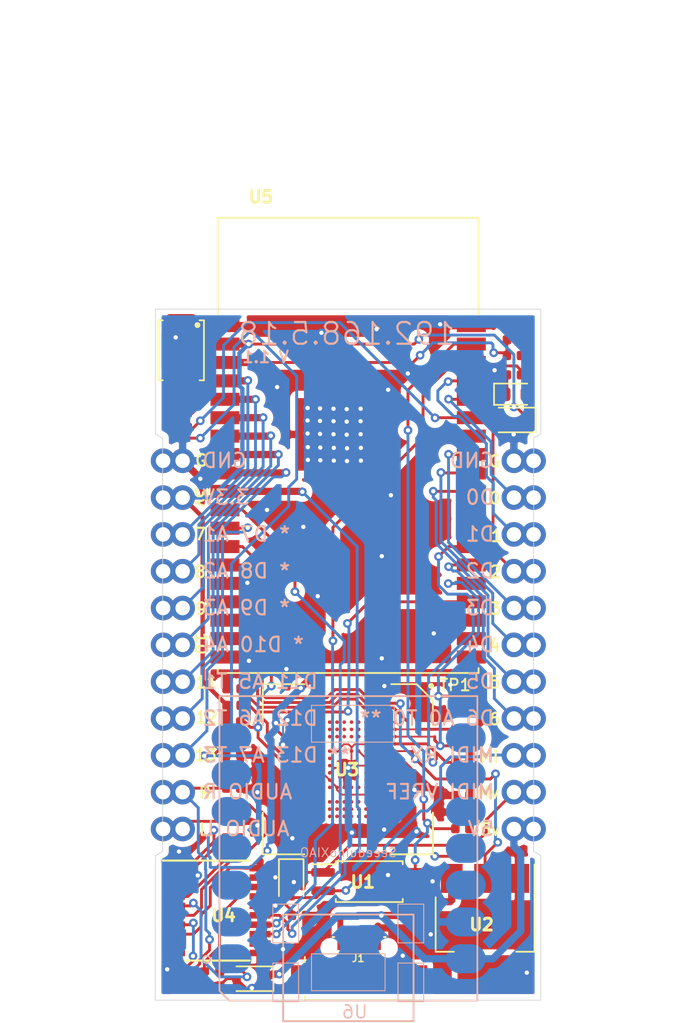
<source format=kicad_pcb>
(kicad_pcb (version 20171130) (host pcbnew "(5.1.5-0)")
  (layers (0 F.Cu signal) (31 B.Cu signal) (34 B.Paste user hide) (35 F.Paste user hide) (36 B.SilkS user) (37 F.SilkS user) (38 B.Mask user hide) (39 F.Mask user hide) (44 Edge.Cuts user))
  (net 0 "")
  (net 1 GND)
  (net 2 +3V3)
  (net 3 "Net-(C3-Pad1)")
  (net 4 esp_EN)
  (net 5 "Net-(C5-Pad2)")
  (net 6 "Net-(C5-Pad1)")
  (net 7 "Net-(C6-Pad1)")
  (net 8 "Net-(C9-Pad1)")
  (net 9 "Net-(C13-Pad2)")
  (net 10 midi_IN)
  (net 11 "Net-(D1-Pad1)")
  (net 12 "Net-(J1-Pad3)")
  (net 13 "Net-(J1-Pad2)")
  (net 14 "Net-(J1-Pad4)")
  (net 15 midi_REF)
  (net 16 audio_R)
  (net 17 audio_L)
  (net 18 esp_GPIO0)
  (net 19 esp_GPIO5)
  (net 20 esp_GPIO18)
  (net 21 esp_GPIO19)
  (net 22 esp_GPIO21)
  (net 23 esp_GPIO39)
  (net 24 esp_GPIO36)
  (net 25 esp_GPIO35)
  (net 26 esp_GPIO34)
  (net 27 esp_GPIO33)
  (net 28 esp_GPIO32)
  (net 29 esp_GPIO27)
  (net 30 ftdi_RX)
  (net 31 ftdi_TX)
  (net 32 esp_midi_IN)
  (net 33 emmc_DAT0)
  (net 34 emmc_DAT1)
  (net 35 emmc_DAT2)
  (net 36 emmc_DAT3)
  (net 37 emmc_CMD)
  (net 38 emmc_CLK)
  (net 39 "Net-(R9-Pad2)")
  (net 40 "Net-(R10-Pad1)")
  (net 41 "Net-(U3-PadDAT4)")
  (net 42 "Net-(U3-PadDAT5)")
  (net 43 "Net-(U3-PadDAT6)")
  (net 44 "Net-(U3-PadDATA_STROBE)")
  (net 45 "Net-(U3-PadRSTN)")
  (net 46 "Net-(U3-PadDAT7)")
  (net 47 dac_LRCK)
  (net 48 dac_DIN)
  (net 49 dac_BCK)
  (net 50 "Net-(U5-Pad17)")
  (net 51 "Net-(U5-Pad18)")
  (net 52 "Net-(U5-Pad19)")
  (net 53 "Net-(U5-Pad20)")
  (net 54 "Net-(U5-Pad21)")
  (net 55 "Net-(U5-Pad22)")
  (net 56 +5V)
  (net 57 "Net-(D2-Pad1)")
  (net 58 "Net-(J1-PadSH3)")
  (net 59 "Net-(U6-Pad1)")
  (net 60 "Net-(U6-Pad2)")
  (net 61 "Net-(U6-Pad3)")
  (net 62 "Net-(U6-Pad4)")
  (net 63 "Net-(U6-Pad5)")
  (net 64 "Net-(U6-Pad6)")
  (net 65 "Net-(U6-Pad8)")
  (net 66 "Net-(U6-Pad9)")
  (net 67 "Net-(U6-Pad10)")
  (net 68 "Net-(R14-Pad2)")
  (net 69 "Net-(U6-Pad11)")
  (net 70 "Net-(U6-Pad12)")
  (module Resistor_SMD:R_0402_1005Metric (layer F.Cu) (at 131.95 25.66 180)
    (fp_text reference R14 hide)
    (fp_text value 1K)
    (pad 2 smd roundrect (at 0.485 0 180) (size 0.59 0.64) (layers F.Cu F.Paste F.Mask) (net 68 "Net-(R14-Pad2)"))
    (pad 1 smd roundrect (at -0.485 0 180) (size 0.59 0.64) (layers F.Cu F.Paste F.Mask) (net 22 esp_GPIO21))
  )
  (module Diode_SMD:D_SOD-323 (layer F.Cu) (at 139.573 56.94074 270)
    (fp_text reference D1 hide)
    (fp_text value D)
    (pad 2 smd rect (at 1.05 0 270) (size 0.6 0.45) (layers F.Cu F.Paste F.Mask) (net 10 midi_IN))
    (pad 1 smd rect (at -1.05 0 270) (size 0.6 0.45) (layers F.Cu F.Paste F.Mask) (net 11 "Net-(D1-Pad1)"))
  )
  (module Package_SO:TSSOP-20_4.4x6.5mm_P0.65mm (layer F.Cu) (at 134.47 58.99)
    (fp_text reference U4 (at 0.44 0.34) (layer F.SilkS) (effects (font (size 0.82 0.82) (thickness 0.2))))
    (fp_text value PCM5102)
    (pad 20 smd rect (at 2.95 -2.925) (size 1.45 0.45) (layers F.Cu F.Paste F.Mask) (net 2 +3V3))
    (pad 19 smd rect (at 2.95 -2.275) (size 1.45 0.45) (layers F.Cu F.Paste F.Mask) (net 1 GND))
    (pad 18 smd rect (at 2.95 -1.625) (size 1.45 0.45) (layers F.Cu F.Paste F.Mask) (net 8 "Net-(C9-Pad1)"))
    (pad 17 smd rect (at 2.95 -0.975) (size 1.45 0.45) (layers F.Cu F.Paste F.Mask) (net 2 +3V3))
    (pad 16 smd rect (at 2.95 -0.325) (size 1.45 0.45) (layers F.Cu F.Paste F.Mask) (net 1 GND))
    (pad 15 smd rect (at 2.95 0.325) (size 1.45 0.45) (layers F.Cu F.Paste F.Mask) (net 47 dac_LRCK))
    (pad 14 smd rect (at 2.95 0.975) (size 1.45 0.45) (layers F.Cu F.Paste F.Mask) (net 48 dac_DIN))
    (pad 13 smd rect (at 2.95 1.625) (size 1.45 0.45) (layers F.Cu F.Paste F.Mask) (net 49 dac_BCK))
    (pad 12 smd rect (at 2.95 2.275) (size 1.45 0.45) (layers F.Cu F.Paste F.Mask) (net 1 GND))
    (pad 11 smd rect (at 2.95 2.925) (size 1.45 0.45) (layers F.Cu F.Paste F.Mask) (net 1 GND))
    (pad 10 smd rect (at -2.95 2.925) (size 1.45 0.45) (layers F.Cu F.Paste F.Mask) (net 1 GND))
    (pad 9 smd rect (at -2.95 2.275) (size 1.45 0.45) (layers F.Cu F.Paste F.Mask) (net 1 GND))
    (pad 8 smd rect (at -2.95 1.625) (size 1.45 0.45) (layers F.Cu F.Paste F.Mask) (net 2 +3V3))
    (pad 7 smd rect (at -2.95 0.975) (size 1.45 0.45) (layers F.Cu F.Paste F.Mask) (net 40 "Net-(R10-Pad1)"))
    (pad 6 smd rect (at -2.95 0.325) (size 1.45 0.45) (layers F.Cu F.Paste F.Mask) (net 39 "Net-(R9-Pad2)"))
    (pad 5 smd rect (at -2.95 -0.325) (size 1.45 0.45) (layers F.Cu F.Paste F.Mask) (net 7 "Net-(C6-Pad1)"))
    (pad 4 smd rect (at -2.95 -0.975) (size 1.45 0.45) (layers F.Cu F.Paste F.Mask) (net 5 "Net-(C5-Pad2)"))
    (pad 3 smd rect (at -2.95 -1.625) (size 1.45 0.45) (layers F.Cu F.Paste F.Mask) (net 1 GND))
    (pad 2 smd rect (at -2.95 -2.275) (size 1.45 0.45) (layers F.Cu F.Paste F.Mask) (net 6 "Net-(C5-Pad1)"))
    (pad 1 smd rect (at -2.95 -2.925) (size 1.45 0.45) (layers F.Cu F.Paste F.Mask) (net 2 +3V3))
  )
  (module "Seeeduino XIAO KICAD:Seeeduino XIAO-MOUDLE14P-2.54-21X17.8MM" (layer B.Cu) (at 134.62 44.196)
    (fp_text reference U6 (at 9.3345 21.7805) (layer B.SilkS) (effects (font (size 0.889 0.889) (thickness 0.1016)) (justify mirror)))
    (fp_text value SeeeduinoXIAO (at 8.89 10.795) (layer B.SilkS) (effects (font (size 0.6096 0.6096) (thickness 0.0762)) (justify mirror)))
    (pad 1 smd oval (at 0.83312 18.11782) (size 2.74828 1.99898) (layers B.Cu B.Paste B.Mask) (net 59 "Net-(U6-Pad1)"))
    (pad 2 smd oval (at 0.83312 15.57782) (size 2.74828 1.99898) (layers B.Cu B.Paste B.Mask) (net 60 "Net-(U6-Pad2)"))
    (pad 3 smd oval (at 0.83312 13.03782) (size 2.74828 1.99898) (layers B.Cu B.Paste B.Mask) (net 61 "Net-(U6-Pad3)"))
    (pad 4 smd oval (at 0.83312 10.49782) (size 2.74828 1.99898) (layers B.Cu B.Paste B.Mask) (net 62 "Net-(U6-Pad4)"))
    (pad 5 smd oval (at 0.83312 7.95782) (size 2.74828 1.99898) (layers B.Cu B.Paste B.Mask) (net 63 "Net-(U6-Pad5)"))
    (pad 6 smd oval (at 0.83312 5.41782) (size 2.74828 1.99898) (layers B.Cu B.Paste B.Mask) (net 64 "Net-(U6-Pad6)"))
    (pad 7 smd oval (at 0.83312 2.87782) (size 2.74828 1.99898) (layers B.Cu B.Paste B.Mask) (net 68 "Net-(R14-Pad2)"))
    (pad 8 smd oval (at 16.99768 2.87782) (size 2.74828 1.99898) (layers B.Cu B.Paste B.Mask) (net 65 "Net-(U6-Pad8)"))
    (pad 9 smd oval (at 16.99768 5.41782) (size 2.74828 1.99898) (layers B.Cu B.Paste B.Mask) (net 66 "Net-(U6-Pad9)"))
    (pad 10 smd oval (at 16.99768 7.95782) (size 2.74828 1.99898) (layers B.Cu B.Paste B.Mask) (net 67 "Net-(U6-Pad10)"))
    (pad 11 smd oval (at 16.99768 10.49782) (size 2.74828 1.99898) (layers B.Cu B.Paste B.Mask) (net 69 "Net-(U6-Pad11)"))
    (pad 12 smd oval (at 16.99768 13.03782) (size 2.74828 1.99898) (layers B.Cu B.Paste B.Mask) (net 70 "Net-(U6-Pad12)"))
    (pad 13 smd oval (at 16.99768 15.57782) (size 2.74828 1.99898) (layers B.Cu B.Paste B.Mask) (net 1 GND))
    (pad 14 smd oval (at 16.99768 18.11782) (size 2.74828 1.99898) (layers B.Cu B.Paste B.Mask) (net 56 +5V))
  )
  (module Button_Switch_SMD:SW_Push_SPST_NO_Alps_SKRK (layer F.Cu) (at 131.98 20.34 90)
    (fp_text reference SW1 hide)
    (fp_text value SW_Push)
    (pad 1 smd roundrect (at -2.1 0 90) (size 0.8 2) (layers F.Cu F.Paste F.Mask) (net 9 "Net-(C13-Pad2)"))
    (pad 2 smd roundrect (at 2.1 0 90) (size 0.8 2) (layers F.Cu F.Paste F.Mask) (net 1 GND))
  )
  (module wvr_v.1.0:KLM8G1GETF_ALL_PADS (layer F.Cu) (at 143.48 49.24 270)
    (fp_text reference U3 (at 0.03 0.06 180) (layer F.SilkS) (effects (font (size 0.82 0.82) (thickness 0.2))))
    (fp_text value KLM8G1GETF)
    (pad NC smd circle (at -2.25 2.75 270) (size 0.25 0.25) (layers F.Cu F.Paste F.Mask))
    (pad NC smd circle (at 3.25 -3.25 270) (size 0.25 0.25) (layers F.Cu F.Paste F.Mask))
    (pad NC smd circle (at 3.25 -2.75 270) (size 0.25 0.25) (layers F.Cu F.Paste F.Mask))
    (pad NC smd circle (at 2.75 -3.25 270) (size 0.25 0.25) (layers F.Cu F.Paste F.Mask))
    (pad NC smd circle (at 2.75 -2.75 270) (size 0.25 0.25) (layers F.Cu F.Paste F.Mask))
    (pad NC smd circle (at 3.25 -0.75 270) (size 0.25 0.25) (layers F.Cu F.Paste F.Mask))
    (pad NC smd circle (at 3.25 -0.25 270) (size 0.25 0.25) (layers F.Cu F.Paste F.Mask))
    (pad NC smd circle (at 3.25 0.25 270) (size 0.25 0.25) (layers F.Cu F.Paste F.Mask))
    (pad NC smd circle (at 2.75 3.25 270) (size 0.25 0.25) (layers F.Cu F.Paste F.Mask))
    (pad NC smd circle (at 3.25 3.25 270) (size 0.25 0.25) (layers F.Cu F.Paste F.Mask))
    (pad NC smd circle (at 3.25 2.75 270) (size 0.25 0.25) (layers F.Cu F.Paste F.Mask))
    (pad NC smd circle (at 2.75 2.75 270) (size 0.25 0.25) (layers F.Cu F.Paste F.Mask))
    (pad NC smd circle (at -1.75 -1.75 270) (size 0.25 0.25) (layers F.Cu F.Paste F.Mask))
    (pad NC smd circle (at 3.25 2.25 270) (size 0.25 0.25) (layers F.Cu F.Paste F.Mask))
    (pad NC smd circle (at 2.75 2.25 270) (size 0.25 0.25) (layers F.Cu F.Paste F.Mask))
    (pad NC smd circle (at 2.25 2.75 270) (size 0.25 0.25) (layers F.Cu F.Paste F.Mask))
    (pad NC smd circle (at 2.25 3.25 270) (size 0.25 0.25) (layers F.Cu F.Paste F.Mask))
    (pad NC smd circle (at -0.75 2.75 270) (size 0.25 0.25) (layers F.Cu F.Paste F.Mask))
    (pad NC smd circle (at -2.75 3.25 270) (size 0.25 0.25) (layers F.Cu F.Paste F.Mask))
    (pad NC smd circle (at -3.25 3.25 270) (size 0.25 0.25) (layers F.Cu F.Paste F.Mask))
    (pad NC smd circle (at -3.25 2.75 270) (size 0.25 0.25) (layers F.Cu F.Paste F.Mask))
    (pad NC smd circle (at -2.25 0.75 270) (size 0.25 0.25) (layers F.Cu F.Paste F.Mask))
    (pad NC smd circle (at -2.25 0.25 270) (size 0.25 0.25) (layers F.Cu F.Paste F.Mask))
    (pad NC smd circle (at -1.25 -2.25 270) (size 0.25 0.25) (layers F.Cu F.Paste F.Mask))
    (pad NC smd circle (at -2.25 -2.25 270) (size 0.25 0.25) (layers F.Cu F.Paste F.Mask))
    (pad NC smd circle (at -2.75 -3.25 270) (size 0.25 0.25) (layers F.Cu F.Paste F.Mask))
    (pad NC smd circle (at -3.25 1.25 270) (size 0.25 0.25) (layers F.Cu F.Paste F.Mask))
    (pad NC smd circle (at -3.25 2.25 270) (size 0.25 0.25) (layers F.Cu F.Paste F.Mask))
    (pad NC smd circle (at -3.25 1.75 270) (size 0.25 0.25) (layers F.Cu F.Paste F.Mask))
    (pad NC smd circle (at -3.25 -0.25 270) (size 0.25 0.25) (layers F.Cu F.Paste F.Mask))
    (pad NC smd circle (at -3.25 0.25 270) (size 0.25 0.25) (layers F.Cu F.Paste F.Mask))
    (pad NC smd circle (at -3.25 0.75 270) (size 0.25 0.25) (layers F.Cu F.Paste F.Mask))
    (pad NC smd circle (at -3.25 -1.25 270) (size 0.25 0.25) (layers F.Cu F.Paste F.Mask))
    (pad NC smd circle (at -3.25 -0.75 270) (size 0.25 0.25) (layers F.Cu F.Paste F.Mask))
    (pad NC smd circle (at -3.25 -1.75 270) (size 0.25 0.25) (layers F.Cu F.Paste F.Mask))
    (pad NC smd circle (at -3.25 -2.75 270) (size 0.25 0.25) (layers F.Cu F.Paste F.Mask))
    (pad NC smd circle (at -3.25 -3.25 270) (size 0.25 0.25) (layers F.Cu F.Paste F.Mask))
    (pad NC smd circle (at -3.25 -2.25 270) (size 0.25 0.25) (layers F.Cu F.Paste F.Mask))
    (pad NC smd circle (at -2.25 -1.75 270) (size 0.25 0.25) (layers F.Cu F.Paste F.Mask))
    (pad NC smd circle (at -2.25 -1.25 270) (size 0.25 0.25) (layers F.Cu F.Paste F.Mask))
    (pad NC smd circle (at -2.25 -0.75 270) (size 0.25 0.25) (layers F.Cu F.Paste F.Mask))
    (pad NC smd circle (at -2.25 1.25 270) (size 0.25 0.25) (layers F.Cu F.Paste F.Mask))
    (pad NC smd circle (at -2.25 2.25 270) (size 0.25 0.25) (layers F.Cu F.Paste F.Mask))
    (pad NC smd circle (at -2.25 1.75 270) (size 0.25 0.25) (layers F.Cu F.Paste F.Mask))
    (pad NC smd circle (at -2.75 2.25 270) (size 0.25 0.25) (layers F.Cu F.Paste F.Mask))
    (pad NC smd circle (at -2.75 1.25 270) (size 0.25 0.25) (layers F.Cu F.Paste F.Mask))
    (pad NC smd circle (at -2.75 1.75 270) (size 0.25 0.25) (layers F.Cu F.Paste F.Mask))
    (pad NC smd circle (at -2.75 -0.25 270) (size 0.25 0.25) (layers F.Cu F.Paste F.Mask))
    (pad NC smd circle (at -2.75 0.75 270) (size 0.25 0.25) (layers F.Cu F.Paste F.Mask))
    (pad NC smd circle (at -2.75 0.25 270) (size 0.25 0.25) (layers F.Cu F.Paste F.Mask))
    (pad NC smd circle (at -2.75 -1.75 270) (size 0.25 0.25) (layers F.Cu F.Paste F.Mask))
    (pad NC smd circle (at -2.75 -0.75 270) (size 0.25 0.25) (layers F.Cu F.Paste F.Mask))
    (pad NC smd circle (at -2.75 -1.25 270) (size 0.25 0.25) (layers F.Cu F.Paste F.Mask))
    (pad NC smd circle (at 1.75 3.25 270) (size 0.25 0.25) (layers F.Cu F.Paste F.Mask))
    (pad NC smd circle (at 1.75 2.25 270) (size 0.25 0.25) (layers F.Cu F.Paste F.Mask))
    (pad NC smd circle (at 1.75 2.75 270) (size 0.25 0.25) (layers F.Cu F.Paste F.Mask))
    (pad NC smd circle (at 1.25 2.75 270) (size 0.25 0.25) (layers F.Cu F.Paste F.Mask))
    (pad NC smd circle (at 1.25 3.25 270) (size 0.25 0.25) (layers F.Cu F.Paste F.Mask))
    (pad NC smd circle (at 1.25 2.25 270) (size 0.25 0.25) (layers F.Cu F.Paste F.Mask))
    (pad NC smd circle (at 0.75 3.25 270) (size 0.25 0.25) (layers F.Cu F.Paste F.Mask))
    (pad NC smd circle (at 0.75 2.75 270) (size 0.25 0.25) (layers F.Cu F.Paste F.Mask))
    (pad NC smd circle (at 0.75 2.25 270) (size 0.25 0.25) (layers F.Cu F.Paste F.Mask))
    (pad NC smd circle (at 0.25 3.25 270) (size 0.25 0.25) (layers F.Cu F.Paste F.Mask))
    (pad NC smd circle (at 0.25 2.25 270) (size 0.25 0.25) (layers F.Cu F.Paste F.Mask))
    (pad NC smd circle (at 0.25 2.75 270) (size 0.25 0.25) (layers F.Cu F.Paste F.Mask))
    (pad NC smd circle (at -0.25 3.25 270) (size 0.25 0.25) (layers F.Cu F.Paste F.Mask))
    (pad NC smd circle (at -0.25 2.75 270) (size 0.25 0.25) (layers F.Cu F.Paste F.Mask))
    (pad NC smd circle (at -0.25 2.25 270) (size 0.25 0.25) (layers F.Cu F.Paste F.Mask))
    (pad NC smd circle (at 3.25 0.75 270) (size 0.25 0.25) (layers F.Cu F.Paste F.Mask))
    (pad NC smd circle (at 3.25 1.75 270) (size 0.25 0.25) (layers F.Cu F.Paste F.Mask))
    (pad NC smd circle (at 3.25 1.25 270) (size 0.25 0.25) (layers F.Cu F.Paste F.Mask))
    (pad NC smd circle (at 2.75 0.75 270) (size 0.25 0.25) (layers F.Cu F.Paste F.Mask))
    (pad NC smd circle (at 2.75 1.75 270) (size 0.25 0.25) (layers F.Cu F.Paste F.Mask))
    (pad NC smd circle (at 2.75 1.25 270) (size 0.25 0.25) (layers F.Cu F.Paste F.Mask))
    (pad NC smd circle (at 2.75 0.25 270) (size 0.25 0.25) (layers F.Cu F.Paste F.Mask))
    (pad NC smd circle (at 2.75 -0.75 270) (size 0.25 0.25) (layers F.Cu F.Paste F.Mask))
    (pad NC smd circle (at 2.75 -0.25 270) (size 0.25 0.25) (layers F.Cu F.Paste F.Mask))
    (pad NC smd circle (at 2.25 1.75 270) (size 0.25 0.25) (layers F.Cu F.Paste F.Mask))
    (pad NC smd circle (at 2.25 1.25 270) (size 0.25 0.25) (layers F.Cu F.Paste F.Mask))
    (pad NC smd circle (at 2.25 2.25 270) (size 0.25 0.25) (layers F.Cu F.Paste F.Mask))
    (pad NC smd circle (at 2.25 -0.25 270) (size 0.25 0.25) (layers F.Cu F.Paste F.Mask))
    (pad NC smd circle (at 2.25 0.75 270) (size 0.25 0.25) (layers F.Cu F.Paste F.Mask))
    (pad NC smd circle (at 2.25 0.25 270) (size 0.25 0.25) (layers F.Cu F.Paste F.Mask))
    (pad NC smd circle (at 2.25 -1.75 270) (size 0.25 0.25) (layers F.Cu F.Paste F.Mask))
    (pad NC smd circle (at 2.25 -0.75 270) (size 0.25 0.25) (layers F.Cu F.Paste F.Mask))
    (pad NC smd circle (at 2.25 -1.25 270) (size 0.25 0.25) (layers F.Cu F.Paste F.Mask))
    (pad NC smd circle (at 2.75 -1.25 270) (size 0.25 0.25) (layers F.Cu F.Paste F.Mask))
    (pad NC smd circle (at 2.75 -2.25 270) (size 0.25 0.25) (layers F.Cu F.Paste F.Mask))
    (pad NC smd circle (at 2.75 -1.75 270) (size 0.25 0.25) (layers F.Cu F.Paste F.Mask))
    (pad NC smd circle (at 3.25 -1.25 270) (size 0.25 0.25) (layers F.Cu F.Paste F.Mask))
    (pad NC smd circle (at 3.25 -2.25 270) (size 0.25 0.25) (layers F.Cu F.Paste F.Mask))
    (pad NC smd circle (at 3.25 -1.75 270) (size 0.25 0.25) (layers F.Cu F.Paste F.Mask))
    (pad NC smd circle (at 2.25 -2.25 270) (size 0.25 0.25) (layers F.Cu F.Paste F.Mask))
    (pad NC smd circle (at 2.25 -3.25 270) (size 0.25 0.25) (layers F.Cu F.Paste F.Mask))
    (pad NC smd circle (at 2.25 -2.75 270) (size 0.25 0.25) (layers F.Cu F.Paste F.Mask))
    (pad NC smd circle (at 1.75 -3.25 270) (size 0.25 0.25) (layers F.Cu F.Paste F.Mask))
    (pad NC smd circle (at 1.75 -2.75 270) (size 0.25 0.25) (layers F.Cu F.Paste F.Mask))
    (pad NC smd circle (at 1.75 -2.25 270) (size 0.25 0.25) (layers F.Cu F.Paste F.Mask))
    (pad NC smd circle (at 1.25 -2.75 270) (size 0.25 0.25) (layers F.Cu F.Paste F.Mask))
    (pad NC smd circle (at 1.25 -2.25 270) (size 0.25 0.25) (layers F.Cu F.Paste F.Mask))
    (pad NC smd circle (at 1.25 -3.25 270) (size 0.25 0.25) (layers F.Cu F.Paste F.Mask))
    (pad NC smd circle (at 0.75 -2.25 270) (size 0.25 0.25) (layers F.Cu F.Paste F.Mask))
    (pad NC smd circle (at 0.75 -3.25 270) (size 0.25 0.25) (layers F.Cu F.Paste F.Mask))
    (pad NC smd circle (at 0.75 -2.75 270) (size 0.25 0.25) (layers F.Cu F.Paste F.Mask))
    (pad NC smd circle (at 0.25 -2.25 270) (size 0.25 0.25) (layers F.Cu F.Paste F.Mask))
    (pad NC smd circle (at -0.25 -2.25 270) (size 0.25 0.25) (layers F.Cu F.Paste F.Mask))
    (pad NC smd circle (at 0.25 -2.75 270) (size 0.25 0.25) (layers F.Cu F.Paste F.Mask))
    (pad NC smd circle (at 0.25 -3.25 270) (size 0.25 0.25) (layers F.Cu F.Paste F.Mask))
    (pad NC smd circle (at -0.25 -2.75 270) (size 0.25 0.25) (layers F.Cu F.Paste F.Mask))
    (pad RFU smd circle (at 1.25 1.25 270) (size 0.25 0.25) (layers F.Cu F.Paste F.Mask))
    (pad VDDF smd circle (at 1.25 0.75 270) (size 0.25 0.25) (layers F.Cu F.Paste F.Mask) (net 2 +3V3))
    (pad VSS smd circle (at 1.25 0.25 270) (size 0.25 0.25) (layers F.Cu F.Paste F.Mask) (net 1 GND))
    (pad RFU smd circle (at 1.25 -0.25 270) (size 0.25 0.25) (layers F.Cu F.Paste F.Mask))
    (pad RFU smd circle (at 1.25 -0.75 270) (size 0.25 0.25) (layers F.Cu F.Paste F.Mask))
    (pad RFU smd circle (at 1.25 -1.25 270) (size 0.25 0.25) (layers F.Cu F.Paste F.Mask))
    (pad VDDF smd circle (at 0.75 1.25 270) (size 0.25 0.25) (layers F.Cu F.Paste F.Mask) (net 2 +3V3))
    (pad RFU smd circle (at 0.75 -1.25 270) (size 0.25 0.25) (layers F.Cu F.Paste F.Mask))
    (pad VSS smd circle (at 0.25 1.25 270) (size 0.25 0.25) (layers F.Cu F.Paste F.Mask) (net 1 GND))
    (pad RFU smd circle (at 0.25 -1.25 270) (size 0.25 0.25) (layers F.Cu F.Paste F.Mask))
    (pad RFU smd circle (at -0.25 1.25 270) (size 0.25 0.25) (layers F.Cu F.Paste F.Mask))
    (pad VSS smd circle (at -0.25 -1.25 270) (size 0.25 0.25) (layers F.Cu F.Paste F.Mask) (net 1 GND))
    (pad RFU smd circle (at -0.25 -3.25 270) (size 0.25 0.25) (layers F.Cu F.Paste F.Mask))
    (pad VSS smd circle (at -0.75 3.25 270) (size 0.25 0.25) (layers F.Cu F.Paste F.Mask) (net 1 GND))
    (pad CLK smd circle (at -0.75 2.25 270) (size 0.25 0.25) (layers F.Cu F.Paste F.Mask) (net 38 emmc_CLK))
    (pad RFU smd circle (at -0.75 1.25 270) (size 0.25 0.25) (layers F.Cu F.Paste F.Mask))
    (pad VDDF smd circle (at -0.75 -1.25 270) (size 0.25 0.25) (layers F.Cu F.Paste F.Mask) (net 2 +3V3))
    (pad VCCQ smd circle (at -0.75 -2.25 270) (size 0.25 0.25) (layers F.Cu F.Paste F.Mask) (net 2 +3V3))
    (pad DAT7 smd circle (at -0.75 -2.75 270) (size 0.25 0.25) (layers F.Cu F.Paste F.Mask) (net 46 "Net-(U3-PadDAT7)"))
    (pad VSS smd circle (at -0.75 -3.25 270) (size 0.25 0.25) (layers F.Cu F.Paste F.Mask) (net 1 GND))
    (pad VCCQ smd circle (at -1.25 3.25 270) (size 0.25 0.25) (layers F.Cu F.Paste F.Mask) (net 2 +3V3))
    (pad VSS smd circle (at -1.25 2.75 270) (size 0.25 0.25) (layers F.Cu F.Paste F.Mask) (net 1 GND))
    (pad CMD smd circle (at -1.25 2.25 270) (size 0.25 0.25) (layers F.Cu F.Paste F.Mask) (net 37 emmc_CMD))
    (pad RSTN smd circle (at -1.25 1.25 270) (size 0.25 0.25) (layers F.Cu F.Paste F.Mask) (net 45 "Net-(U3-PadRSTN)"))
    (pad VSS smd circle (at -1.25 0.75 270) (size 0.25 0.25) (layers F.Cu F.Paste F.Mask) (net 1 GND))
    (pad DATA_STROBE smd circle (at -1.25 0.25 270) (size 0.25 0.25) (layers F.Cu F.Paste F.Mask) (net 44 "Net-(U3-PadDATA_STROBE)"))
    (pad VSS smd circle (at -1.25 -0.25 270) (size 0.25 0.25) (layers F.Cu F.Paste F.Mask) (net 1 GND))
    (pad VDDF smd circle (at -1.25 -0.75 270) (size 0.25 0.25) (layers F.Cu F.Paste F.Mask) (net 2 +3V3))
    (pad RFU smd circle (at -1.25 -1.25 270) (size 0.25 0.25) (layers F.Cu F.Paste F.Mask))
    (pad DAT6 smd circle (at -1.25 -2.75 270) (size 0.25 0.25) (layers F.Cu F.Paste F.Mask) (net 43 "Net-(U3-PadDAT6)"))
    (pad DAT2 smd circle (at -1.25 -3.25 270) (size 0.25 0.25) (layers F.Cu F.Paste F.Mask) (net 35 emmc_DAT2))
    (pad VSS smd circle (at -1.75 3.25 270) (size 0.25 0.25) (layers F.Cu F.Paste F.Mask) (net 1 GND))
    (pad VCCQ smd circle (at -1.75 2.75 270) (size 0.25 0.25) (layers F.Cu F.Paste F.Mask) (net 2 +3V3))
    (pad VCCQ smd circle (at -1.75 2.25 270) (size 0.25 0.25) (layers F.Cu F.Paste F.Mask) (net 2 +3V3))
    (pad VSS smd circle (at -1.75 -2.25 270) (size 0.25 0.25) (layers F.Cu F.Paste F.Mask) (net 1 GND))
    (pad DAT5 smd circle (at -1.75 -2.75 270) (size 0.25 0.25) (layers F.Cu F.Paste F.Mask) (net 42 "Net-(U3-PadDAT5)"))
    (pad DAT1 smd circle (at -1.75 -3.25 270) (size 0.25 0.25) (layers F.Cu F.Paste F.Mask) (net 34 emmc_DAT1))
    (pad VCCQ smd circle (at -2.25 3.25 270) (size 0.25 0.25) (layers F.Cu F.Paste F.Mask) (net 2 +3V3))
    (pad RFU smd circle (at -2.25 -0.25 270) (size 0.25 0.25) (layers F.Cu F.Paste F.Mask))
    (pad DAT4 smd circle (at -2.25 -2.75 270) (size 0.25 0.25) (layers F.Cu F.Paste F.Mask) (net 41 "Net-(U3-PadDAT4)"))
    (pad DAT0 smd circle (at -2.25 -3.25 270) (size 0.25 0.25) (layers F.Cu F.Paste F.Mask) (net 33 emmc_DAT0))
    (pad VSS smd circle (at -2.75 2.75 270) (size 0.25 0.25) (layers F.Cu F.Paste F.Mask) (net 1 GND))
    (pad VDDI smd circle (at -2.75 -2.25 270) (size 0.25 0.25) (layers F.Cu F.Paste F.Mask) (net 3 "Net-(C3-Pad1)"))
    (pad DAT3 smd circle (at -2.75 -2.75 270) (size 0.25 0.25) (layers F.Cu F.Paste F.Mask) (net 36 emmc_DAT3))
  )
  (module wvr_v.1.0:USB-MICRO-B_C40942 (layer F.Cu) (at 144.26 61.04)
    (fp_text reference J1 (at -0.0642 1.2408) (layer F.SilkS) (effects (font (size 0.5 0.5) (thickness 0.1))))
    (fp_text value 10118192-0001LF)
    (pad "" np_thru_hole circle (at 2 0.52466) (size 0.55 0.55) (drill 0.55) (layers *.Cu *.Mask))
    (pad "" np_thru_hole circle (at -2 0.52466) (size 0.55 0.55) (drill 0.55) (layers *.Cu *.Mask))
    (pad 3 smd rect (at 0 0) (size 0.4 1.35) (layers F.Cu F.Paste F.Mask) (net 12 "Net-(J1-Pad3)"))
    (pad 2 smd rect (at -0.65 0) (size 0.4 1.35) (layers F.Cu F.Paste F.Mask) (net 13 "Net-(J1-Pad2)"))
    (pad 4 smd rect (at 0.65 0) (size 0.4 1.35) (layers F.Cu F.Paste F.Mask) (net 14 "Net-(J1-Pad4)"))
    (pad 1 smd rect (at -1.3 0) (size 0.4 1.35) (layers F.Cu F.Paste F.Mask) (net 56 +5V))
    (pad 5 smd rect (at 1.3 0) (size 0.4 1.35) (layers F.Cu F.Paste F.Mask) (net 1 GND))
    (pad SH3 smd rect (at -3.8 2.675) (size 1.8 1.9) (layers F.Cu F.Paste F.Mask) (net 58 "Net-(J1-PadSH3)"))
    (pad SH6 smd rect (at 3.8 2.675) (size 1.8 1.9) (layers F.Cu F.Paste F.Mask) (net 58 "Net-(J1-PadSH3)"))
    (pad SH4 smd rect (at -1.2 2.675) (size 1.9 1.9) (layers F.Cu F.Paste F.Mask) (net 58 "Net-(J1-PadSH3)"))
    (pad SH5 smd rect (at 1.2 2.675) (size 1.9 1.9) (layers F.Cu F.Paste F.Mask) (net 58 "Net-(J1-PadSH3)"))
  )
  (module "wvr_v.1.0:XCVR_ESP32-WROVER-B_(16MB)" (layer F.Cu) (at 143.5 26.9)
    (fp_text reference U5 (at -6.025 -17.135) (layer F.SilkS) (effects (font (size 0.82 0.82) (thickness 0.2))))
    (fp_text value "ESP32-WROVER-B_(16MB)")
    (pad 39 smd rect (at -1 -0.76) (size 5 5) (layers F.Cu F.Mask) (net 1 GND))
    (pad 38 smd rect (at 8.5 -8.26) (size 2 0.9) (layers F.Cu F.Paste F.Mask) (net 1 GND))
    (pad 37 smd rect (at 8.5 -6.99) (size 2 0.9) (layers F.Cu F.Paste F.Mask) (net 32 esp_midi_IN))
    (pad 36 smd rect (at 8.5 -5.72) (size 2 0.9) (layers F.Cu F.Paste F.Mask) (net 48 dac_DIN))
    (pad 35 smd rect (at 8.5 -4.45) (size 2 0.9) (layers F.Cu F.Paste F.Mask) (net 30 ftdi_RX))
    (pad 34 smd rect (at 8.5 -3.18) (size 2 0.9) (layers F.Cu F.Paste F.Mask) (net 31 ftdi_TX))
    (pad 33 smd rect (at 8.5 -1.91) (size 2 0.9) (layers F.Cu F.Paste F.Mask) (net 22 esp_GPIO21))
    (pad 32 smd rect (at 8.5 -0.64) (size 2 0.9) (layers F.Cu F.Paste F.Mask))
    (pad 31 smd rect (at 8.5 0.63) (size 2 0.9) (layers F.Cu F.Paste F.Mask) (net 21 esp_GPIO19))
    (pad 30 smd rect (at 8.5 1.9) (size 2 0.9) (layers F.Cu F.Paste F.Mask) (net 20 esp_GPIO18))
    (pad 29 smd rect (at 8.5 3.17) (size 2 0.9) (layers F.Cu F.Paste F.Mask) (net 19 esp_GPIO5))
    (pad 28 smd rect (at 8.5 4.44) (size 2 0.9) (layers F.Cu F.Paste F.Mask))
    (pad 27 smd rect (at 8.5 5.71) (size 2 0.9) (layers F.Cu F.Paste F.Mask))
    (pad 26 smd rect (at 8.5 6.98) (size 2 0.9) (layers F.Cu F.Paste F.Mask) (net 34 emmc_DAT1))
    (pad 25 smd rect (at 8.5 8.25) (size 2 0.9) (layers F.Cu F.Paste F.Mask) (net 18 esp_GPIO0))
    (pad 24 smd rect (at 8.5 9.52) (size 2 0.9) (layers F.Cu F.Paste F.Mask) (net 33 emmc_DAT0))
    (pad 23 smd rect (at 8.5 10.79) (size 2 0.9) (layers F.Cu F.Paste F.Mask) (net 37 emmc_CMD))
    (pad 22 smd rect (at 8.5 12.06) (size 2 0.9) (layers F.Cu F.Paste F.Mask) (net 55 "Net-(U5-Pad22)"))
    (pad 21 smd rect (at 8.5 13.33) (size 2 0.9) (layers F.Cu F.Paste F.Mask) (net 54 "Net-(U5-Pad21)"))
    (pad 20 smd rect (at 8.5 14.6) (size 2 0.9) (layers F.Cu F.Paste F.Mask) (net 53 "Net-(U5-Pad20)"))
    (pad 19 smd rect (at -8.5 14.6) (size 2 0.9) (layers F.Cu F.Paste F.Mask) (net 52 "Net-(U5-Pad19)"))
    (pad 18 smd rect (at -8.5 13.33) (size 2 0.9) (layers F.Cu F.Paste F.Mask) (net 51 "Net-(U5-Pad18)"))
    (pad 17 smd rect (at -8.5 12.06) (size 2 0.9) (layers F.Cu F.Paste F.Mask) (net 50 "Net-(U5-Pad17)"))
    (pad 16 smd rect (at -8.5 10.79) (size 2 0.9) (layers F.Cu F.Paste F.Mask) (net 36 emmc_DAT3))
    (pad 15 smd rect (at -8.5 9.52) (size 2 0.9) (layers F.Cu F.Paste F.Mask) (net 1 GND))
    (pad 14 smd rect (at -8.5 8.25) (size 2 0.9) (layers F.Cu F.Paste F.Mask) (net 35 emmc_DAT2))
    (pad 13 smd rect (at -8.5 6.98) (size 2 0.9) (layers F.Cu F.Paste F.Mask) (net 38 emmc_CLK))
    (pad 12 smd rect (at -8.5 5.71) (size 2 0.9) (layers F.Cu F.Paste F.Mask) (net 29 esp_GPIO27))
    (pad 11 smd rect (at -8.5 4.44) (size 2 0.9) (layers F.Cu F.Paste F.Mask) (net 49 dac_BCK))
    (pad 10 smd rect (at -8.5 3.17) (size 2 0.9) (layers F.Cu F.Paste F.Mask) (net 47 dac_LRCK))
    (pad 9 smd rect (at -8.5 1.9) (size 2 0.9) (layers F.Cu F.Paste F.Mask) (net 27 esp_GPIO33))
    (pad 8 smd rect (at -8.5 0.63) (size 2 0.9) (layers F.Cu F.Paste F.Mask) (net 28 esp_GPIO32))
    (pad 7 smd rect (at -8.5 -0.64) (size 2 0.9) (layers F.Cu F.Paste F.Mask) (net 25 esp_GPIO35))
    (pad 6 smd rect (at -8.5 -1.91) (size 2 0.9) (layers F.Cu F.Paste F.Mask) (net 26 esp_GPIO34))
    (pad 5 smd rect (at -8.5 -3.18) (size 2 0.9) (layers F.Cu F.Paste F.Mask) (net 23 esp_GPIO39))
    (pad 4 smd rect (at -8.5 -4.45) (size 2 0.9) (layers F.Cu F.Paste F.Mask) (net 24 esp_GPIO36))
    (pad 3 smd rect (at -8.5 -5.72) (size 2 0.9) (layers F.Cu F.Paste F.Mask) (net 4 esp_EN))
    (pad 2 smd rect (at -8.5 -6.99) (size 2 0.9) (layers F.Cu F.Paste F.Mask) (net 2 +3V3))
    (pad 1 smd rect (at -8.5 -8.26) (size 2 0.9) (layers F.Cu F.Paste F.Mask) (net 1 GND))
  )
  (module Capacitor_SMD:C_0402_1005Metric (layer F.Cu) (at 140.10386 59.32678)
    (fp_text reference C16 hide)
    (fp_text value 10uf)
    (pad 2 smd roundrect (at 0.485 0) (size 0.59 0.64) (layers F.Cu F.Paste F.Mask) (net 1 GND))
    (pad 1 smd roundrect (at -0.485 0) (size 0.59 0.64) (layers F.Cu F.Paste F.Mask) (net 2 +3V3))
  )
  (module Capacitor_SMD:C_0402_1005Metric (layer F.Cu) (at 147.63496 59.32932)
    (fp_text reference C1 hide)
    (fp_text value 10uf)
    (pad 2 smd roundrect (at 0.485 0) (size 0.59 0.64) (layers F.Cu F.Paste F.Mask) (net 1 GND))
    (pad 1 smd roundrect (at -0.485 0) (size 0.59 0.64) (layers F.Cu F.Paste F.Mask) (net 56 +5V))
  )
  (module Capacitor_SMD:C_0402_1005Metric (layer F.Cu) (at 133.5786 63.6778 270)
    (fp_text reference C9 hide)
    (fp_text value 0.1uF)
    (pad 2 smd roundrect (at 0.485 0 270) (size 0.59 0.64) (layers F.Cu F.Paste F.Mask) (net 1 GND))
    (pad 1 smd roundrect (at -0.485 0 270) (size 0.59 0.64) (layers F.Cu F.Paste F.Mask) (net 8 "Net-(C9-Pad1)"))
  )
  (module LED_SMD:LED_0603_1608Metric (layer F.Cu) (at 155.053 23.368)
    (fp_text reference D2 hide)
    (fp_text value LED)
    (pad 2 smd roundrect (at 0.7875 0) (size 0.875 0.95) (layers F.Cu F.Paste F.Mask) (net 2 +3V3))
    (pad 1 smd roundrect (at -0.7875 0) (size 0.875 0.95) (layers F.Cu F.Paste F.Mask) (net 57 "Net-(D2-Pad1)"))
  )
  (module Package_TO_SOT_SMD:SOT-223-3_TabPin2 (layer F.Cu) (at 152.95 59.92 270)
    (fp_text reference U2 (at 0.04 0.24 180) (layer F.SilkS) (effects (font (size 0.82 0.82) (thickness 0.2))))
    (fp_text value LM1117-3.3)
    (pad 1 smd rect (at -3.15 -2.3 270) (size 2 1.5) (layers F.Cu F.Paste F.Mask) (net 1 GND))
    (pad 3 smd rect (at -3.15 2.3 270) (size 2 1.5) (layers F.Cu F.Paste F.Mask) (net 56 +5V))
    (pad 2 smd rect (at -3.15 0 270) (size 2 1.5) (layers F.Cu F.Paste F.Mask) (net 2 +3V3))
    (pad 2 smd rect (at 3.15 0 270) (size 2 3.8) (layers F.Cu F.Paste F.Mask) (net 2 +3V3))
  )
  (module Resistor_SMD:R_0402_1005Metric (layer F.Cu) (at 154.94 22.0345)
    (fp_text reference R13 hide)
    (fp_text value 100R)
    (pad 1 smd roundrect (at -0.485 0) (size 0.59 0.64) (layers F.Cu F.Paste F.Mask) (net 57 "Net-(D2-Pad1)"))
    (pad 2 smd roundrect (at 0.485 0) (size 0.59 0.64) (layers F.Cu F.Paste F.Mask) (net 1 GND))
  )
  (module Diode_SMD:D_SOD-323 (layer F.Cu) (at 136.8425 63.6905 180)
    (fp_text reference D4 hide)
    (fp_text value D)
    (pad 2 smd rect (at 1.05 0 180) (size 0.6 0.45) (layers F.Cu F.Paste F.Mask) (net 1 GND))
    (pad 1 smd rect (at -1.05 0 180) (size 0.6 0.45) (layers F.Cu F.Paste F.Mask) (net 56 +5V))
  )
  (module Diode_SMD:D_SOD-323 (layer F.Cu) (at 154.94 25.146 180)
    (fp_text reference D3 hide)
    (fp_text value D)
    (pad 2 smd rect (at 1.05 0 180) (size 0.6 0.45) (layers F.Cu F.Paste F.Mask) (net 1 GND))
    (pad 1 smd rect (at -1.05 0 180) (size 0.6 0.45) (layers F.Cu F.Paste F.Mask) (net 2 +3V3))
  )
  (module TestPoint:TestPoint_Pad_D1.5mm (layer F.Cu) (at 151.384 44.704)
    (fp_text reference TP1 (at -0.508 -1.27) (layer F.SilkS) (effects (font (size 0.8 0.8) (thickness 0.135))))
    (fp_text value TestPoint)
    (pad 1 smd circle (at 0 0) (size 1.5 1.5) (layers F.Cu F.Mask) (net 33 emmc_DAT0))
  )
  (module Waver:CAST_HEADER_11_LEFT_2 (layer F.Cu) (at 154.94 53.36 180)
    (fp_text reference J2 hide)
    (fp_text value Conn_01x11 hide)
    (pad 11 thru_hole oval (at 0 25.4 180) (size 1.7 1.7) (drill 1) (layers *.Cu *.Mask) (net 1 GND))
    (pad 10 thru_hole oval (at 0 22.86 180) (size 1.7 1.7) (drill 1) (layers *.Cu *.Mask) (net 31 ftdi_TX))
    (pad 9 thru_hole oval (at 0 20.32 180) (size 1.7 1.7) (drill 1) (layers *.Cu *.Mask) (net 30 ftdi_RX))
    (pad 8 thru_hole oval (at 0 17.78 180) (size 1.7 1.7) (drill 1) (layers *.Cu *.Mask) (net 22 esp_GPIO21))
    (pad 7 thru_hole oval (at 0 15.24 180) (size 1.7 1.7) (drill 1) (layers *.Cu *.Mask) (net 21 esp_GPIO19))
    (pad 6 thru_hole oval (at 0 12.7 180) (size 1.7 1.7) (drill 1) (layers *.Cu *.Mask) (net 20 esp_GPIO18))
    (pad 5 thru_hole oval (at 0 10.16 180) (size 1.7 1.7) (drill 1) (layers *.Cu *.Mask) (net 19 esp_GPIO5))
    (pad 4 thru_hole oval (at 0 7.62 180) (size 1.7 1.7) (drill 1) (layers *.Cu *.Mask) (net 18 esp_GPIO0))
    (pad 3 thru_hole oval (at 0 5.08 180) (size 1.7 1.7) (drill 1) (layers *.Cu *.Mask) (net 10 midi_IN))
    (pad 2 thru_hole oval (at 0 2.54 180) (size 1.7 1.7) (drill 1) (layers *.Cu *.Mask) (net 15 midi_REF))
    (pad 1 thru_hole circle (at 0 0 180) (size 1.7 1.7) (drill 1) (layers *.Cu *.Mask) (net 56 +5V))
    (pad "" np_thru_hole oval (at -1.36 20.32 180) (size 1.7 1.7) (drill 1) (layers *.Cu *.Mask))
    (pad "" np_thru_hole oval (at -1.36 17.78 180) (size 1.7 1.7) (drill 1) (layers *.Cu *.Mask))
    (pad "" np_thru_hole oval (at -1.36 2.54 180) (size 1.7 1.7) (drill 1) (layers *.Cu *.Mask))
    (pad "" np_thru_hole circle (at -1.36 0 180) (size 1.7 1.7) (drill 1) (layers *.Cu *.Mask))
    (pad "" np_thru_hole oval (at -1.36 15.24 180) (size 1.7 1.7) (drill 1) (layers *.Cu *.Mask))
    (pad "" np_thru_hole oval (at -1.36 12.7 180) (size 1.7 1.7) (drill 1) (layers *.Cu *.Mask))
    (pad "" np_thru_hole oval (at -1.36 10.16 180) (size 1.7 1.7) (drill 1) (layers *.Cu *.Mask))
    (pad "" np_thru_hole oval (at -1.36 7.62 180) (size 1.7 1.7) (drill 1) (layers *.Cu *.Mask))
    (pad "" np_thru_hole oval (at -1.36 5.08 180) (size 1.7 1.7) (drill 1) (layers *.Cu *.Mask))
    (pad "" np_thru_hole oval (at -1.36 25.4 180) (size 1.7 1.7) (drill 1) (layers *.Cu *.Mask))
    (pad "" np_thru_hole oval (at -1.36 22.86 180) (size 1.7 1.7) (drill 1) (layers *.Cu *.Mask))
  )
  (module Waver:CAST_HEADER_11_RIGHT_2 (layer F.Cu) (at 132.08 53.36 180)
    (fp_text reference J3 hide)
    (fp_text value Conn_01x11 hide)
    (pad 1 thru_hole circle (at 0 0 180) (size 1.7 1.7) (drill 1) (layers *.Cu *.Mask) (net 17 audio_L))
    (pad 2 thru_hole oval (at 0 2.54 180) (size 1.7 1.7) (drill 1) (layers *.Cu *.Mask) (net 16 audio_R))
    (pad 3 thru_hole oval (at 0 5.08 180) (size 1.7 1.7) (drill 1) (layers *.Cu *.Mask) (net 29 esp_GPIO27))
    (pad 4 thru_hole oval (at 0 7.62 180) (size 1.7 1.7) (drill 1) (layers *.Cu *.Mask) (net 27 esp_GPIO33))
    (pad 5 thru_hole oval (at 0 10.16 180) (size 1.7 1.7) (drill 1) (layers *.Cu *.Mask) (net 28 esp_GPIO32))
    (pad 6 thru_hole oval (at 0 12.7 180) (size 1.7 1.7) (drill 1) (layers *.Cu *.Mask) (net 25 esp_GPIO35))
    (pad 7 thru_hole oval (at 0 15.24 180) (size 1.7 1.7) (drill 1) (layers *.Cu *.Mask) (net 26 esp_GPIO34))
    (pad 8 thru_hole oval (at 0 17.78 180) (size 1.7 1.7) (drill 1) (layers *.Cu *.Mask) (net 23 esp_GPIO39))
    (pad 9 thru_hole oval (at 0 20.32 180) (size 1.7 1.7) (drill 1) (layers *.Cu *.Mask) (net 24 esp_GPIO36))
    (pad 10 thru_hole oval (at 0 22.86 180) (size 1.7 1.7) (drill 1) (layers *.Cu *.Mask) (net 2 +3V3))
    (pad 11 thru_hole oval (at 0 25.4 180) (size 1.7 1.7) (drill 1) (layers *.Cu *.Mask) (net 1 GND))
    (pad "" np_thru_hole oval (at 1.35 7.62 180) (size 1.7 1.7) (drill 1) (layers *.Cu *.Mask))
    (pad "" np_thru_hole oval (at 1.35 10.16 180) (size 1.7 1.7) (drill 1) (layers *.Cu *.Mask))
    (pad "" np_thru_hole oval (at 1.35 20.32 180) (size 1.7 1.7) (drill 1) (layers *.Cu *.Mask))
    (pad "" np_thru_hole oval (at 1.35 12.7 180) (size 1.7 1.7) (drill 1) (layers *.Cu *.Mask))
    (pad "" np_thru_hole oval (at 1.35 2.54 180) (size 1.7 1.7) (drill 1) (layers *.Cu *.Mask))
    (pad "" np_thru_hole circle (at 1.35 0 180) (size 1.7 1.7) (drill 1) (layers *.Cu *.Mask))
    (pad "" np_thru_hole oval (at 1.35 25.4 180) (size 1.7 1.7) (drill 1) (layers *.Cu *.Mask))
    (pad "" np_thru_hole oval (at 1.35 15.24 180) (size 1.7 1.7) (drill 1) (layers *.Cu *.Mask))
    (pad "" np_thru_hole oval (at 1.35 17.78 180) (size 1.7 1.7) (drill 1) (layers *.Cu *.Mask))
    (pad "" np_thru_hole oval (at 1.35 5.08 180) (size 1.7 1.7) (drill 1) (layers *.Cu *.Mask))
    (pad "" np_thru_hole oval (at 1.35 22.86 180) (size 1.7 1.7) (drill 1) (layers *.Cu *.Mask))
  )
  (module Capacitor_SMD:C_0402_1005Metric (layer F.Cu) (at 131.95 23.66 180)
    (fp_text reference C13 hide)
    (fp_text value 1nF)
    (pad 2 smd roundrect (at 0.485 0 180) (size 0.59 0.64) (layers F.Cu F.Paste F.Mask) (net 9 "Net-(C13-Pad2)"))
    (pad 1 smd roundrect (at -0.485 0 180) (size 0.59 0.64) (layers F.Cu F.Paste F.Mask) (net 1 GND))
  )
  (module Resistor_SMD:R_0402_1005Metric (layer F.Cu) (at 154.94 20.701 180)
    (fp_text reference R11 hide)
    (fp_text value 12k)
    (pad 1 smd roundrect (at -0.485 0 180) (size 0.59 0.64) (layers F.Cu F.Paste F.Mask) (net 2 +3V3))
    (pad 2 smd roundrect (at 0.485 0 180) (size 0.59 0.64) (layers F.Cu F.Paste F.Mask) (net 4 esp_EN))
  )
  (module Package_SO:SOP-4_4.4x2.6mm_P1.27mm (layer F.Cu) (at 144.96 56.99)
    (fp_text reference U1 (at -0.45 0.03) (layer F.SilkS) (effects (font (size 0.82 0.82) (thickness 0.2))))
    (fp_text value TCMT1101)
    (pad 4 smd roundrect (at 3.1875 -0.635) (size 1.625 0.6) (layers F.Cu F.Paste F.Mask) (net 32 esp_midi_IN))
    (pad 3 smd roundrect (at 3.1875 0.635) (size 1.625 0.6) (layers F.Cu F.Paste F.Mask) (net 1 GND))
    (pad 2 smd roundrect (at -3.1875 0.635) (size 1.625 0.6) (layers F.Cu F.Paste F.Mask) (net 10 midi_IN))
    (pad 1 smd roundrect (at -3.1875 -0.635) (size 1.625 0.6) (layers F.Cu F.Paste F.Mask) (net 11 "Net-(D1-Pad1)"))
  )
  (module Resistor_SMD:R_0402_1005Metric (layer F.Cu) (at 135.5725 51.689)
    (fp_text reference R9 hide)
    (fp_text value 470)
    (pad 2 smd roundrect (at 0.485 0) (size 0.59 0.64) (layers F.Cu F.Paste F.Mask) (net 39 "Net-(R9-Pad2)"))
    (pad 1 smd roundrect (at -0.485 0) (size 0.59 0.64) (layers F.Cu F.Paste F.Mask) (net 17 audio_L))
  )
  (module Resistor_SMD:R_0402_1005Metric (layer F.Cu) (at 131.95 24.66)
    (fp_text reference R12 hide)
    (fp_text value 470r)
    (pad 2 smd roundrect (at 0.485 0) (size 0.59 0.64) (layers F.Cu F.Paste F.Mask) (net 4 esp_EN))
    (pad 1 smd roundrect (at -0.485 0) (size 0.59 0.64) (layers F.Cu F.Paste F.Mask) (net 9 "Net-(C13-Pad2)"))
  )
  (module Resistor_SMD:R_0402_1005Metric (layer F.Cu) (at 132.0292 63.7032 270)
    (fp_text reference R10 hide)
    (fp_text value 470)
    (pad 2 smd roundrect (at 0.485 0 270) (size 0.59 0.64) (layers F.Cu F.Paste F.Mask) (net 16 audio_R))
    (pad 1 smd roundrect (at -0.485 0 270) (size 0.59 0.64) (layers F.Cu F.Paste F.Mask) (net 40 "Net-(R10-Pad1)"))
  )
  (module Resistor_SMD:R_0402_1005Metric (layer F.Cu) (at 135.5725 45.974 180)
    (fp_text reference R8 hide)
    (fp_text value 10k)
    (pad 2 smd roundrect (at 0.485 0 180) (size 0.59 0.64) (layers F.Cu F.Paste F.Mask) (net 2 +3V3))
    (pad 1 smd roundrect (at -0.485 0 180) (size 0.59 0.64) (layers F.Cu F.Paste F.Mask) (net 38 emmc_CLK))
  )
  (module Resistor_SMD:R_0402_1005Metric (layer F.Cu) (at 135.5955 44.831 180)
    (fp_text reference R7 hide)
    (fp_text value 10k)
    (pad 2 smd roundrect (at 0.485 0 180) (size 0.59 0.64) (layers F.Cu F.Paste F.Mask) (net 2 +3V3))
    (pad 1 smd roundrect (at -0.485 0 180) (size 0.59 0.64) (layers F.Cu F.Paste F.Mask) (net 37 emmc_CMD))
  )
  (module Resistor_SMD:R_0402_1005Metric (layer F.Cu) (at 151.384 46.482)
    (fp_text reference R6 hide)
    (fp_text value 10k)
    (pad 2 smd roundrect (at 0.485 0) (size 0.59 0.64) (layers F.Cu F.Paste F.Mask) (net 2 +3V3))
    (pad 1 smd roundrect (at -0.485 0) (size 0.59 0.64) (layers F.Cu F.Paste F.Mask) (net 36 emmc_DAT3))
  )
  (module Resistor_SMD:R_0402_1005Metric (layer F.Cu) (at 151.384 49.911)
    (fp_text reference R5 hide)
    (fp_text value 10k)
    (pad 2 smd roundrect (at 0.485 0) (size 0.59 0.64) (layers F.Cu F.Paste F.Mask) (net 2 +3V3))
    (pad 1 smd roundrect (at -0.485 0) (size 0.59 0.64) (layers F.Cu F.Paste F.Mask) (net 35 emmc_DAT2))
  )
  (module Resistor_SMD:R_0402_1005Metric (layer F.Cu) (at 151.384 48.768)
    (fp_text reference R4 hide)
    (fp_text value 10k)
    (pad 2 smd roundrect (at 0.485 0) (size 0.59 0.64) (layers F.Cu F.Paste F.Mask) (net 2 +3V3))
    (pad 1 smd roundrect (at -0.485 0) (size 0.59 0.64) (layers F.Cu F.Paste F.Mask) (net 34 emmc_DAT1))
  )
  (module Resistor_SMD:R_0402_1005Metric (layer F.Cu) (at 151.384 47.625)
    (fp_text reference R3 hide)
    (fp_text value 10k)
    (pad 2 smd roundrect (at 0.485 0) (size 0.59 0.64) (layers F.Cu F.Paste F.Mask) (net 2 +3V3))
    (pad 1 smd roundrect (at -0.485 0) (size 0.59 0.64) (layers F.Cu F.Paste F.Mask) (net 33 emmc_DAT0))
  )
  (module Resistor_SMD:R_0402_1005Metric (layer F.Cu) (at 151.384 53.34 180)
    (fp_text reference R2 hide)
    (fp_text value 300)
    (pad 2 smd roundrect (at 0.485 0 180) (size 0.59 0.64) (layers F.Cu F.Paste F.Mask) (net 32 esp_midi_IN))
    (pad 1 smd roundrect (at -0.485 0 180) (size 0.59 0.64) (layers F.Cu F.Paste F.Mask) (net 2 +3V3))
  )
  (module Resistor_SMD:R_0402_1005Metric (layer F.Cu) (at 151.361 54.483)
    (fp_text reference R1 hide)
    (fp_text value 220)
    (pad 2 smd roundrect (at 0.485 0) (size 0.59 0.64) (layers F.Cu F.Paste F.Mask) (net 15 midi_REF))
    (pad 1 smd roundrect (at -0.485 0) (size 0.59 0.64) (layers F.Cu F.Paste F.Mask) (net 11 "Net-(D1-Pad1)"))
  )
  (module Capacitor_SMD:C_0402_1005Metric (layer F.Cu) (at 135.5725 52.832)
    (fp_text reference C15 hide)
    (fp_text value 2.2nf)
    (pad 2 smd roundrect (at 0.485 0) (size 0.59 0.64) (layers F.Cu F.Paste F.Mask) (net 1 GND))
    (pad 1 smd roundrect (at -0.485 0) (size 0.59 0.64) (layers F.Cu F.Paste F.Mask) (net 17 audio_L))
  )
  (module Capacitor_SMD:C_0402_1005Metric (layer F.Cu) (at 135.5725 50.546)
    (fp_text reference C14 hide)
    (fp_text value 2.2nf)
    (pad 2 smd roundrect (at 0.485 0) (size 0.59 0.64) (layers F.Cu F.Paste F.Mask) (net 1 GND))
    (pad 1 smd roundrect (at -0.485 0) (size 0.59 0.64) (layers F.Cu F.Paste F.Mask) (net 16 audio_R))
  )
  (module Capacitor_SMD:C_0402_1005Metric (layer F.Cu) (at 151.384 51.054 180)
    (fp_text reference C12 hide)
    (fp_text value 10uF)
    (pad 2 smd roundrect (at 0.485 0 180) (size 0.59 0.64) (layers F.Cu F.Paste F.Mask) (net 1 GND))
    (pad 1 smd roundrect (at -0.485 0 180) (size 0.59 0.64) (layers F.Cu F.Paste F.Mask) (net 2 +3V3))
  )
  (module Capacitor_SMD:C_0402_1005Metric (layer F.Cu) (at 135.5725 49.403)
    (fp_text reference C11 hide)
    (fp_text value 0.1uF)
    (pad 2 smd roundrect (at 0.485 0) (size 0.59 0.64) (layers F.Cu F.Paste F.Mask) (net 1 GND))
    (pad 1 smd roundrect (at -0.485 0) (size 0.59 0.64) (layers F.Cu F.Paste F.Mask) (net 2 +3V3))
  )
  (module Capacitor_SMD:C_0402_1005Metric (layer F.Cu) (at 135.5725 48.26)
    (fp_text reference C10 hide)
    (fp_text value 0.1uf)
    (pad 2 smd roundrect (at 0.485 0) (size 0.59 0.64) (layers F.Cu F.Paste F.Mask) (net 1 GND))
    (pad 1 smd roundrect (at -0.485 0) (size 0.59 0.64) (layers F.Cu F.Paste F.Mask) (net 2 +3V3))
  )
  (module Capacitor_SMD:C_0402_1005Metric (layer F.Cu) (at 151.384 52.197 180)
    (fp_text reference C8 hide)
    (fp_text value 220nf)
    (pad 2 smd roundrect (at 0.485 0 180) (size 0.59 0.64) (layers F.Cu F.Paste F.Mask) (net 1 GND))
    (pad 1 smd roundrect (at -0.485 0 180) (size 0.59 0.64) (layers F.Cu F.Paste F.Mask) (net 2 +3V3))
  )
  (module Capacitor_SMD:C_0402_1005Metric (layer F.Cu) (at 154.94 18.542 180)
    (fp_text reference C7 hide)
    (fp_text value 0.1uf)
    (pad 1 smd roundrect (at -0.485 0 180) (size 0.59 0.64) (layers F.Cu F.Paste F.Mask) (net 2 +3V3))
    (pad 2 smd roundrect (at 0.485 0 180) (size 0.59 0.64) (layers F.Cu F.Paste F.Mask) (net 1 GND))
  )
  (module Capacitor_SMD:C_0402_1005Metric (layer F.Cu) (at 134.6454 63.6778 270)
    (fp_text reference C6 hide)
    (fp_text value 2.2uF)
    (pad 2 smd roundrect (at 0.485 0 270) (size 0.59 0.64) (layers F.Cu F.Paste F.Mask) (net 1 GND))
    (pad 1 smd roundrect (at -0.485 0 270) (size 0.59 0.64) (layers F.Cu F.Paste F.Mask) (net 7 "Net-(C6-Pad1)"))
  )
  (module Capacitor_SMD:C_0402_1005Metric (layer F.Cu) (at 135.5495 53.975)
    (fp_text reference C5 hide)
    (fp_text value 2.2uF)
    (pad 2 smd roundrect (at 0.485 0) (size 0.59 0.64) (layers F.Cu F.Paste F.Mask) (net 5 "Net-(C5-Pad2)"))
    (pad 1 smd roundrect (at -0.485 0) (size 0.59 0.64) (layers F.Cu F.Paste F.Mask) (net 6 "Net-(C5-Pad1)"))
  )
  (module Capacitor_SMD:C_0402_1005Metric (layer F.Cu) (at 154.94 19.6215)
    (fp_text reference C4 hide)
    (fp_text value 1nF)
    (pad 1 smd roundrect (at -0.485 0) (size 0.59 0.64) (layers F.Cu F.Paste F.Mask) (net 4 esp_EN))
    (pad 2 smd roundrect (at 0.485 0) (size 0.59 0.64) (layers F.Cu F.Paste F.Mask) (net 1 GND))
  )
  (module Capacitor_SMD:C_0402_1005Metric (layer F.Cu) (at 135.5955 43.688 180)
    (fp_text reference C3 hide)
    (fp_text value 1uf)
    (pad 2 smd roundrect (at 0.485 0 180) (size 0.59 0.64) (layers F.Cu F.Paste F.Mask) (net 1 GND))
    (pad 1 smd roundrect (at -0.485 0 180) (size 0.59 0.64) (layers F.Cu F.Paste F.Mask) (net 3 "Net-(C3-Pad1)"))
  )
  (module Capacitor_SMD:C_0402_1005Metric (layer F.Cu) (at 135.5598 47.0916)
    (fp_text reference C2 hide)
    (fp_text value 10uf)
    (pad 2 smd roundrect (at 0.485 0) (size 0.59 0.64) (layers F.Cu F.Paste F.Mask) (net 1 GND))
    (pad 1 smd roundrect (at -0.485 0) (size 0.59 0.64) (layers F.Cu F.Paste F.Mask) (net 2 +3V3))
  )
  (gr_text "V 1.1" (at 137.8 20.8) (layer B.SilkS) (effects (font (size 0.8 0.8) (thickness 0.153)) (justify mirror)))
  (gr_text 192.168.5.18 (at 143.4 19.2) (layer B.SilkS) (effects (font (size 1.5 1.5) (thickness 0.153)) (justify mirror)))
  (gr_text "AUDIO L" (at 133.35 53.34) (layer B.SilkS) (effects (font (size 1 1) (thickness 0.153)) (justify right mirror)))
  (gr_text "AUDIO R" (at 133.35 50.8) (layer B.SilkS) (effects (font (size 1 1) (thickness 0.153)) (justify right mirror)))
  (gr_text "** D13 A7 T3" (at 133.35 48.26) (layer B.SilkS) (effects (font (size 1 1) (thickness 0.153)) (justify right mirror)))
  (gr_text "D12 A6 T2" (at 133.35 45.72) (layer B.SilkS) (effects (font (size 1 1) (thickness 0.153)) (justify right mirror)))
  (gr_text "D11 A5 T1" (at 133.35 43.18) (layer B.SilkS) (effects (font (size 1 1) (thickness 0.153)) (justify right mirror)))
  (gr_text "* D10 A4" (at 133.35 40.64) (layer B.SilkS) (effects (font (size 1 1) (thickness 0.153)) (justify right mirror)))
  (gr_text "* D9 A3" (at 133.35 38.1) (layer B.SilkS) (effects (font (size 1 1) (thickness 0.153)) (justify right mirror)))
  (gr_text "* D8 A2" (at 133.35 35.56) (layer B.SilkS) (effects (font (size 1 1) (thickness 0.153)) (justify right mirror)))
  (gr_text " * D7 A1" (at 133.35 33.02) (layer B.SilkS) (effects (font (size 1 1) (thickness 0.153)) (justify right mirror)))
  (gr_text 3.3V (at 133.35 30.48) (layer B.SilkS) (effects (font (size 1 1) (thickness 0.153)) (justify right mirror)))
  (gr_text 5V (at 153.67 53.34) (layer B.SilkS) (effects (font (size 1 1) (thickness 0.153)) (justify left mirror)))
  (gr_text "MIDI VREF" (at 153.67 50.8) (layer B.SilkS) (effects (font (size 1 1) (thickness 0.153)) (justify left mirror)))
  (gr_text "MIDI RX" (at 153.67 48.26) (layer B.SilkS) (effects (font (size 1 1) (thickness 0.153)) (justify left mirror)))
  (gr_text "D6 A0 T0 **" (at 153.67 45.72) (layer B.SilkS) (effects (font (size 1 1) (thickness 0.153)) (justify left mirror)))
  (gr_text D5 (at 153.67 43.18) (layer B.SilkS) (effects (font (size 1 1) (thickness 0.153)) (justify left mirror)))
  (gr_text D4 (at 153.67 40.64) (layer B.SilkS) (effects (font (size 1 1) (thickness 0.153)) (justify left mirror)))
  (gr_text D3 (at 153.67 38.1) (layer B.SilkS) (effects (font (size 1 1) (thickness 0.153)) (justify left mirror)))
  (gr_text D2 (at 153.67 35.56) (layer B.SilkS) (effects (font (size 1 1) (thickness 0.153)) (justify left mirror)))
  (gr_text D1 (at 153.67 33.02) (layer B.SilkS) (effects (font (size 1 1) (thickness 0.153)) (justify left mirror)))
  (gr_text D0 (at 153.67 30.48) (layer B.SilkS) (effects (font (size 1 1) (thickness 0.153)) (justify left mirror)))
  (gr_text GND (at 133.35 27.94) (layer B.SilkS) (effects (font (size 1 1) (thickness 0.153)) (justify right mirror)))
  (gr_text GND (at 153.67 27.94) (layer B.SilkS) (effects (font (size 1 1) (thickness 0.153)) (justify left mirror)))
  (gr_text G (at 133.35 27.94) (layer F.SilkS) (effects (font (size 0.8 0.8) (thickness 0.153))))
  (gr_text 3v (at 133.35 30.48 270) (layer F.SilkS) (effects (font (size 0.8 0.8) (thickness 0.153))))
  (gr_text 7 (at 133.2865 33.02) (layer F.SilkS) (effects (font (size 0.8 0.8) (thickness 0.153))))
  (gr_text 8 (at 133.2865 35.6235) (layer F.SilkS) (effects (font (size 0.8 0.8) (thickness 0.153))))
  (gr_text 9 (at 133.35 38.1635) (layer F.SilkS) (effects (font (size 0.8 0.8) (thickness 0.153))))
  (gr_text 10 (at 133.35 40.5765 270) (layer F.SilkS) (effects (font (size 0.8 0.8) (thickness 0.153))))
  (gr_text 11 (at 133.731 43.2435) (layer F.SilkS) (effects (font (size 0.8 0.8) (thickness 0.153))))
  (gr_text 12 (at 133.731 45.6565) (layer F.SilkS) (effects (font (size 0.8 0.8) (thickness 0.153))))
  (gr_text 13 (at 133.6675 48.26) (layer F.SilkS) (effects (font (size 0.8 0.8) (thickness 0.153))))
  (gr_text R (at 133.604 50.8635) (layer F.SilkS) (effects (font (size 0.8 0.8) (thickness 0.153))))
  (gr_text L (at 133.5405 53.4035) (layer F.SilkS) (effects (font (size 0.8 0.8) (thickness 0.153))))
  (gr_text 5v (at 153.289 53.4035) (layer F.SilkS) (effects (font (size 0.8 0.8) (thickness 0.153))))
  (gr_text Mv (at 153.162 50.8635) (layer F.SilkS) (effects (font (size 0.8 0.8) (thickness 0.153))))
  (gr_text Mi (at 153.2255 48.387) (layer F.SilkS) (effects (font (size 0.8 0.8) (thickness 0.153))))
  (gr_text 6 (at 153.6065 45.7835) (layer F.SilkS) (effects (font (size 0.8 0.8) (thickness 0.153))))
  (gr_text 5 (at 153.6065 43.2435) (layer F.SilkS) (effects (font (size 0.8 0.8) (thickness 0.153))))
  (gr_text 4 (at 153.6065 40.7035) (layer F.SilkS) (effects (font (size 0.8 0.8) (thickness 0.153))))
  (gr_text 3 (at 153.67 38.1635) (layer F.SilkS) (effects (font (size 0.8 0.8) (thickness 0.153))))
  (gr_text 2 (at 153.67 35.6235) (layer F.SilkS) (effects (font (size 0.8 0.8) (thickness 0.153))))
  (gr_text 1 (at 153.7335 33.147) (layer F.SilkS) (effects (font (size 0.8 0.8) (thickness 0.153))))
  (gr_text 0 (at 153.6065 30.5435) (layer F.SilkS) (effects (font (size 0.8 0.8) (thickness 0.153))))
  (gr_text G (at 153.6065 28.0035) (layer F.SilkS) (effects (font (size 0.8 0.8) (thickness 0.153))))
  (gr_line (start 130.2 55.2) (end 130.19 65.17) (layer Edge.Cuts) (width 0.05))
  (gr_line (start 130.7 54.9) (end 130.2 55.2) (layer Edge.Cuts) (width 0.05))
  (gr_line (start 130.7 26.4) (end 130.7 54.9) (layer Edge.Cuts) (width 0.05))
  (gr_line (start 130.2 26.1) (end 130.7 26.4) (layer Edge.Cuts) (width 0.05))
  (gr_line (start 130.2 17.5) (end 130.2 26.1) (layer Edge.Cuts) (width 0.05))
  (gr_line (start 156.8 55.2) (end 156.3 54.9) (layer Edge.Cuts) (width 0.05))
  (gr_line (start 156.8 55.2) (end 156.79 65.17) (layer Edge.Cuts) (width 0.05))
  (gr_line (start 156.3 26.4) (end 156.3 54.9) (layer Edge.Cuts) (width 0.05))
  (gr_line (start 156.8 26.1) (end 156.3 26.4) (layer Edge.Cuts) (width 0.05))
  (gr_line (start 156.8 17.5) (end 156.8 26.1) (layer Edge.Cuts) (width 0.05))
  (gr_line (start 156.79 65.17) (end 130.19 65.17) (layer Edge.Cuts) (width 0.05))
  (gr_line (start 130.2 17.5) (end 156.8 17.5) (layer Edge.Cuts) (width 0.05))
  (via (at 143.42 27.1) (size 0.6) (drill 0.3) (layers F.Cu B.Cu) (net 1))
  (via (at 143.4 26.16) (size 0.6) (drill 0.3) (layers F.Cu B.Cu) (net 1))
  (via (at 143.42 27.98) (size 0.6) (drill 0.3) (layers F.Cu B.Cu) (net 1))
  (via (at 143.4 25.26) (size 0.6) (drill 0.3) (layers F.Cu B.Cu) (net 1))
  (via (at 143.4 24.4) (size 0.6) (drill 0.3) (layers F.Cu B.Cu) (net 1))
  (via (at 141.58 27.05) (size 0.6) (drill 0.3) (layers F.Cu B.Cu) (net 1))
  (via (at 141.56 26.11) (size 0.6) (drill 0.3) (layers F.Cu B.Cu) (net 1))
  (via (at 141.58 27.93) (size 0.6) (drill 0.3) (layers F.Cu B.Cu) (net 1))
  (via (at 141.56 25.21) (size 0.6) (drill 0.3) (layers F.Cu B.Cu) (net 1))
  (via (at 141.56 24.35) (size 0.6) (drill 0.3) (layers F.Cu B.Cu) (net 1))
  (via (at 140.72 27.02) (size 0.6) (drill 0.3) (layers F.Cu B.Cu) (net 1))
  (via (at 140.7 26.08) (size 0.6) (drill 0.3) (layers F.Cu B.Cu) (net 1))
  (via (at 140.72 27.9) (size 0.6) (drill 0.3) (layers F.Cu B.Cu) (net 1))
  (via (at 140.7 25.18) (size 0.6) (drill 0.3) (layers F.Cu B.Cu) (net 1))
  (via (at 140.7 24.32) (size 0.6) (drill 0.3) (layers F.Cu B.Cu) (net 1))
  (via (at 142.51 27.07) (size 0.6) (drill 0.3) (layers F.Cu B.Cu) (net 1))
  (via (at 142.49 26.13) (size 0.6) (drill 0.3) (layers F.Cu B.Cu) (net 1))
  (via (at 142.51 27.95) (size 0.6) (drill 0.3) (layers F.Cu B.Cu) (net 1))
  (via (at 142.49 25.23) (size 0.6) (drill 0.3) (layers F.Cu B.Cu) (net 1))
  (via (at 142.49 24.37) (size 0.6) (drill 0.3) (layers F.Cu B.Cu) (net 1))
  (via (at 144.36 25.23) (size 0.6) (drill 0.3) (layers F.Cu B.Cu) (net 1))
  (via (at 144.38 27.07) (size 0.6) (drill 0.3) (layers F.Cu B.Cu) (net 1))
  (via (at 144.38 27.95) (size 0.6) (drill 0.3) (layers F.Cu B.Cu) (net 1))
  (via (at 144.36 24.37) (size 0.6) (drill 0.3) (layers F.Cu B.Cu) (net 1))
  (via (at 144.36 26.13) (size 0.6) (drill 0.3) (layers F.Cu B.Cu) (net 1))
  (via (at 143.51 49.14) (size 0.6) (drill 0.3) (layers F.Cu B.Cu) (net 1))
  (segment (start 140.23 48.49) (end 140.73 47.99) (width 0.127) (layer F.Cu) (net 1))
  (segment (start 143.73 48.92) (end 143.51 49.14) (width 0.127) (layer F.Cu) (net 1))
  (segment (start 143.73 47.99) (end 143.73 48.92) (width 0.127) (layer F.Cu) (net 1))
  (segment (start 143.66 48.99) (end 143.51 49.14) (width 0.127) (layer F.Cu) (net 1))
  (segment (start 144.73 48.99) (end 143.66 48.99) (width 0.127) (layer F.Cu) (net 1))
  (segment (start 142.58 49.14) (end 142.23 49.49) (width 0.127) (layer F.Cu) (net 1))
  (segment (start 143.51 49.14) (end 142.58 49.14) (width 0.127) (layer F.Cu) (net 1))
  (segment (start 143.210001 49.439999) (end 143.210001 50.039999) (width 0.127) (layer F.Cu) (net 1))
  (segment (start 143.51 49.14) (end 143.210001 49.439999) (width 0.127) (layer F.Cu) (net 1))
  (segment (start 143.23 50.059998) (end 143.23 50.49) (width 0.127) (layer F.Cu) (net 1))
  (segment (start 143.210001 50.039999) (end 143.23 50.059998) (width 0.127) (layer F.Cu) (net 1))
  (segment (start 140.73 45.99) (end 140.73 46.49) (width 0.127) (layer F.Cu) (net 1))
  (segment (start 143.73 47.74) (end 143.73 47.99) (width 0.127) (layer F.Cu) (net 1))
  (segment (start 143.95 47.52) (end 143.73 47.74) (width 0.127) (layer F.Cu) (net 1))
  (segment (start 145.18 47.94) (end 144.76 47.52) (width 0.127) (layer F.Cu) (net 1))
  (segment (start 144.76 47.52) (end 143.95 47.52) (width 0.127) (layer F.Cu) (net 1))
  (segment (start 145.28 47.94) (end 145.18 47.94) (width 0.127) (layer F.Cu) (net 1))
  (segment (start 145.73 47.49) (end 145.28 47.94) (width 0.127) (layer F.Cu) (net 1))
  (segment (start 152.26 18.38) (end 152 18.64) (width 0.5) (layer F.Cu) (net 1))
  (via (at 139.01 47.55) (size 0.6) (drill 0.3) (layers F.Cu B.Cu) (net 1))
  (segment (start 139.95 48.49) (end 139.01 47.55) (width 0.127) (layer F.Cu) (net 1))
  (segment (start 140.23 48.49) (end 139.95 48.49) (width 0.127) (layer F.Cu) (net 1))
  (segment (start 139.07 47.49) (end 139.01 47.55) (width 0.127) (layer F.Cu) (net 1))
  (segment (start 140.23 47.49) (end 139.07 47.49) (width 0.127) (layer F.Cu) (net 1))
  (via (at 140.41 32.52) (size 0.6) (drill 0.3) (layers F.Cu B.Cu) (net 1))
  (via (at 145.82 34.54) (size 0.6) (drill 0.3) (layers F.Cu B.Cu) (net 1))
  (via (at 145.82 41.59) (size 0.6) (drill 0.3) (layers F.Cu B.Cu) (net 1))
  (via (at 148.07 50.66) (size 0.6) (drill 0.3) (layers F.Cu B.Cu) (net 1))
  (via (at 146.26 23.06) (size 0.6) (drill 0.3) (layers F.Cu B.Cu) (net 1))
  (segment (start 146.73 48.49) (end 147.19 48.49) (width 0.127) (layer F.Cu) (net 1))
  (segment (start 148.07 49.37) (end 148.07 50.66) (width 0.127) (layer F.Cu) (net 1))
  (segment (start 147.19 48.49) (end 148.07 49.37) (width 0.127) (layer F.Cu) (net 1))
  (segment (start 143.51 53.52) (end 143.47 53.56) (width 0.127) (layer B.Cu) (net 1))
  (segment (start 143.2 47.52) (end 142.73 47.99) (width 0.127) (layer F.Cu) (net 1))
  (segment (start 143.53 47.52) (end 143.2 47.52) (width 0.127) (layer F.Cu) (net 1))
  (segment (start 143.73 47.72) (end 143.53 47.52) (width 0.127) (layer F.Cu) (net 1))
  (segment (start 143.73 47.99) (end 143.73 47.72) (width 0.127) (layer F.Cu) (net 1))
  (segment (start 140.73 45.813224) (end 140.497286 45.58051) (width 0.127) (layer F.Cu) (net 1))
  (segment (start 140.73 45.99) (end 140.73 45.813224) (width 0.127) (layer F.Cu) (net 1))
  (via (at 139.313712 45.853712) (size 0.6) (drill 0.3) (layers F.Cu B.Cu) (net 1))
  (segment (start 139.586914 45.58051) (end 139.313712 45.853712) (width 0.127) (layer F.Cu) (net 1))
  (segment (start 140.497286 45.58051) (end 139.586914 45.58051) (width 0.127) (layer F.Cu) (net 1))
  (segment (start 137.42 61.915) (end 137.42 61.265) (width 0.2) (layer F.Cu) (net 1))
  (segment (start 132.26 18.64) (end 131.98 18.36) (width 0.5) (layer F.Cu) (net 1))
  (segment (start 135 18.64) (end 132.26 18.64) (width 0.5) (layer F.Cu) (net 1))
  (segment (start 139.01 46.157424) (end 139.01 47.55) (width 0.127) (layer B.Cu) (net 1))
  (segment (start 139.313712 45.853712) (end 139.01 46.157424) (width 0.127) (layer B.Cu) (net 1))
  (via (at 139.24 42.33) (size 0.6) (drill 0.3) (layers F.Cu B.Cu) (net 1))
  (segment (start 143.51 53.52) (end 143.74 53.52) (width 0.127) (layer B.Cu) (net 1))
  (segment (start 131.52 61.265) (end 131.52 61.915) (width 0.5) (layer F.Cu) (net 1))
  (via (at 149.41 39.87) (size 0.6) (drill 0.3) (layers F.Cu B.Cu) (net 1))
  (via (at 146.45 30.34) (size 0.6) (drill 0.3) (layers F.Cu B.Cu) (net 1))
  (via (at 138.6 22.88) (size 0.6) (drill 0.3) (layers F.Cu B.Cu) (net 1))
  (via (at 136.547 36.38) (size 0.6) (drill 0.3) (layers F.Cu B.Cu) (net 1))
  (segment (start 136.507 36.42) (end 136.547 36.38) (width 0.3) (layer F.Cu) (net 1))
  (segment (start 135 36.42) (end 136.507 36.42) (width 0.3) (layer F.Cu) (net 1))
  (segment (start 136.547 36.303) (end 137.96 34.89) (width 0.3) (layer B.Cu) (net 1))
  (segment (start 136.547 36.38) (end 136.547 36.303) (width 0.3) (layer B.Cu) (net 1))
  (via (at 148.22 53.53) (size 0.6) (drill 0.3) (layers F.Cu B.Cu) (net 1))
  (segment (start 145.67 56.08) (end 145.67 57.23) (width 0.5) (layer B.Cu) (net 1))
  (segment (start 148.22 53.53) (end 145.67 56.08) (width 0.5) (layer B.Cu) (net 1))
  (via (at 143.76 53.61) (size 0.6) (drill 0.3) (layers F.Cu B.Cu) (net 1))
  (segment (start 143.51 53.36) (end 143.76 53.61) (width 0.5) (layer B.Cu) (net 1))
  (segment (start 143.51 49.14) (end 143.51 53.36) (width 0.5) (layer B.Cu) (net 1))
  (via (at 131.6 19.45) (size 0.6) (drill 0.3) (layers F.Cu B.Cu) (net 1))
  (segment (start 131.98 19.07) (end 131.6 19.45) (width 0.5) (layer F.Cu) (net 1))
  (segment (start 131.98 18.36) (end 131.98 19.07) (width 0.5) (layer F.Cu) (net 1))
  (segment (start 133.20701 21.05701) (end 131.6 19.45) (width 0.2) (layer F.Cu) (net 1))
  (segment (start 133.20701 23.49799) (end 133.20701 21.05701) (width 0.2) (layer F.Cu) (net 1))
  (via (at 133.3 29.2) (size 0.6) (drill 0.3) (layers F.Cu B.Cu) (net 1))
  (via (at 146 43.5) (size 0.6) (drill 0.3) (layers F.Cu B.Cu) (net 1))
  (segment (start 139.961398 54.42) (end 142.95 54.42) (width 0.2) (layer F.Cu) (net 1))
  (segment (start 142.95 54.42) (end 143.76 53.61) (width 0.2) (layer F.Cu) (net 1))
  (segment (start 138.872999 55.508399) (end 139.961398 54.42) (width 0.2) (layer F.Cu) (net 1))
  (segment (start 148.494264 50.66) (end 148.07 50.66) (width 0.2) (layer F.Cu) (net 1))
  (segment (start 150.21 50.66) (end 148.494264 50.66) (width 0.2) (layer F.Cu) (net 1))
  (segment (start 150.604 51.054) (end 150.21 50.66) (width 0.2) (layer F.Cu) (net 1))
  (segment (start 150.899 51.054) (end 150.604 51.054) (width 0.2) (layer F.Cu) (net 1))
  (segment (start 150.899 51.054) (end 150.899 52.197) (width 0.2) (layer F.Cu) (net 1))
  (segment (start 145.56 57.1828) (end 146.0754 56.6674) (width 0.2) (layer F.Cu) (net 1))
  (segment (start 146.0754 56.6674) (end 146.2278 56.515) (width 0.2) (layer F.Cu) (net 1))
  (segment (start 146.527799 56.814999) (end 146.2532 56.5404) (width 0.2) (layer F.Cu) (net 1))
  (via (at 139.6492 54.0004) (size 0.6) (drill 0.3) (layers F.Cu B.Cu) (net 1))
  (via (at 131.0132 63.0428) (size 0.6) (drill 0.3) (layers F.Cu B.Cu) (net 1))
  (segment (start 136.375 52.832) (end 136.0575 52.832) (width 0.2) (layer F.Cu) (net 1))
  (via (at 153.6065 21.717) (size 0.6) (drill 0.3) (layers F.Cu B.Cu) (net 1))
  (segment (start 155.425 19.512) (end 154.455 18.542) (width 0.2) (layer F.Cu) (net 1))
  (segment (start 155.425 19.6215) (end 155.425 19.512) (width 0.2) (layer F.Cu) (net 1))
  (segment (start 153.906499 21.417001) (end 153.6065 21.717) (width 0.2) (layer F.Cu) (net 1))
  (segment (start 155.425 21.7145) (end 155.127501 21.417001) (width 0.2) (layer F.Cu) (net 1))
  (segment (start 155.127501 21.417001) (end 153.906499 21.417001) (width 0.2) (layer F.Cu) (net 1))
  (segment (start 155.425 22.0345) (end 155.425 21.7145) (width 0.2) (layer F.Cu) (net 1))
  (via (at 145.9865 53.4035) (size 0.6) (drill 0.3) (layers F.Cu B.Cu) (net 1))
  (segment (start 155.25 55.47) (end 155.602 55.118) (width 0.3) (layer F.Cu) (net 1))
  (segment (start 155.25 56.77) (end 155.25 55.47) (width 0.3) (layer F.Cu) (net 1))
  (segment (start 155.602 55.118) (end 155.7655 55.118) (width 0.3) (layer F.Cu) (net 1))
  (segment (start 155.25 56.77) (end 155.25 56.5075) (width 0.3) (layer F.Cu) (net 1))
  (segment (start 145.56 61.04) (end 145.56 60.065) (width 0.4) (layer F.Cu) (net 1))
  (via (at 139.0015 61.6585) (size 0.6) (drill 0.3) (layers F.Cu B.Cu) (net 1))
  (segment (start 137.4075 61.2775) (end 137.42 61.265) (width 0.2) (layer F.Cu) (net 1))
  (segment (start 145.68141 60.18641) (end 145.56 60.065) (width 0.5) (layer F.Cu) (net 1))
  (segment (start 148.03529 60.18641) (end 145.68141 60.18641) (width 0.5) (layer F.Cu) (net 1))
  (segment (start 148.4123 59.8094) (end 148.03529 60.18641) (width 0.5) (layer F.Cu) (net 1))
  (segment (start 148.4123 59.3344) (end 148.4123 59.8094) (width 0.5) (layer F.Cu) (net 1))
  (segment (start 131.52 61.915) (end 131.36376 61.915) (width 0.5) (layer F.Cu) (net 1))
  (segment (start 131.0132 62.26556) (end 131.0132 63.0428) (width 0.5) (layer F.Cu) (net 1))
  (segment (start 131.36376 61.915) (end 131.0132 62.26556) (width 0.5) (layer F.Cu) (net 1))
  (via (at 136.8552 64.3382) (size 0.6) (drill 0.3) (layers F.Cu B.Cu) (net 1))
  (segment (start 138.745 61.915) (end 139.0015 61.6585) (width 0.2) (layer F.Cu) (net 1))
  (segment (start 137.42 61.915) (end 138.745 61.915) (width 0.2) (layer F.Cu) (net 1))
  (via (at 138.481032 56.696577) (size 0.6) (drill 0.3) (layers F.Cu B.Cu) (net 1))
  (segment (start 138.462609 56.715) (end 138.481032 56.696577) (width 0.2) (layer F.Cu) (net 1))
  (segment (start 137.42 56.715) (end 138.462609 56.715) (width 0.2) (layer F.Cu) (net 1))
  (via (at 138.4808 58.6486) (size 0.6) (drill 0.3) (layers F.Cu B.Cu) (net 1))
  (segment (start 138.4644 58.665) (end 138.4808 58.6486) (width 0.2) (layer F.Cu) (net 1))
  (segment (start 137.42 58.665) (end 138.4644 58.665) (width 0.2) (layer F.Cu) (net 1))
  (via (at 133.1214 56.5658) (size 0.6) (drill 0.3) (layers F.Cu B.Cu) (net 1))
  (segment (start 133.1214 56.6886) (end 133.1214 56.5658) (width 0.2) (layer F.Cu) (net 1))
  (segment (start 132.445 57.365) (end 133.1214 56.6886) (width 0.2) (layer F.Cu) (net 1))
  (segment (start 131.52 57.365) (end 132.445 57.365) (width 0.2) (layer F.Cu) (net 1))
  (segment (start 135.1177 63.6905) (end 134.6454 64.1628) (width 0.2) (layer F.Cu) (net 1))
  (segment (start 135.7925 63.6905) (end 135.1177 63.6905) (width 0.2) (layer F.Cu) (net 1))
  (segment (start 136.4402 64.3382) (end 136.8552 64.3382) (width 0.2) (layer F.Cu) (net 1))
  (segment (start 135.7925 63.6905) (end 136.4402 64.3382) (width 0.2) (layer F.Cu) (net 1))
  (via (at 136.652 41.7576) (size 0.6) (drill 0.3) (layers F.Cu B.Cu) (net 1))
  (segment (start 135.1105 43.2991) (end 136.652 41.7576) (width 0.2) (layer F.Cu) (net 1))
  (segment (start 135.1105 43.688) (end 135.1105 43.2991) (width 0.2) (layer F.Cu) (net 1))
  (segment (start 146.2532 56.5404) (end 146.2278 56.515) (width 0.2) (layer F.Cu) (net 1))
  (via (at 146.2532 56.5404) (size 0.6) (drill 0.3) (layers F.Cu B.Cu) (net 1))
  (via (at 147.2692 62.103) (size 0.6) (drill 0.3) (layers F.Cu B.Cu) (net 1))
  (via (at 149.1996 60.6298) (size 0.6) (drill 0.3) (layers F.Cu B.Cu) (net 1))
  (via (at 149.3266 56.9722) (size 0.6) (drill 0.3) (layers F.Cu B.Cu) (net 1))
  (segment (start 148.7495 57.023) (end 148.1475 57.625) (width 0.2) (layer F.Cu) (net 1))
  (segment (start 149.479 57.023) (end 148.7495 57.023) (width 0.2) (layer F.Cu) (net 1))
  (via (at 155.829 63.2714) (size 0.6) (drill 0.3) (layers F.Cu B.Cu) (net 1))
  (via (at 131.826 54.9148) (size 0.6) (drill 0.3) (layers F.Cu B.Cu) (net 1))
  (via (at 139.7508 57.023) (size 0.6) (drill 0.3) (layers F.Cu B.Cu) (net 1))
  (via (at 137.2362 53.1114) (size 0.6) (drill 0.3) (layers F.Cu B.Cu) (net 1))
  (segment (start 136.9568 52.832) (end 137.2362 53.1114) (width 0.2) (layer F.Cu) (net 1))
  (segment (start 136.0575 52.832) (end 136.9568 52.832) (width 0.2) (layer F.Cu) (net 1))
  (via (at 137.2362 50.8254) (size 0.6) (drill 0.3) (layers F.Cu B.Cu) (net 1))
  (segment (start 137.2362 53.1114) (end 137.2362 50.8254) (width 0.2) (layer B.Cu) (net 1))
  (segment (start 136.3369 50.8254) (end 136.0575 50.546) (width 0.2) (layer F.Cu) (net 1))
  (segment (start 137.2362 50.8254) (end 136.3369 50.8254) (width 0.2) (layer F.Cu) (net 1))
  (via (at 150.5458 43.4086) (size 0.6) (drill 0.3) (layers F.Cu B.Cu) (net 1))
  (via (at 141.4 37.3) (size 0.6) (drill 0.3) (layers F.Cu B.Cu) (net 1))
  (segment (start 133.3 29.18) (end 132.08 27.96) (width 0.5) (layer F.Cu) (net 1))
  (segment (start 133.3 29.2) (end 133.3 29.18) (width 0.2) (layer F.Cu) (net 1))
  (via (at 137.9 31.35) (size 0.6) (drill 0.3) (layers F.Cu B.Cu) (net 1))
  (via (at 149.85 18.55) (size 0.6) (drill 0.3) (layers F.Cu B.Cu) (net 1))
  (segment (start 133.045 23.66) (end 132.435 23.66) (width 0.2) (layer F.Cu) (net 1))
  (segment (start 133.20701 23.49799) (end 133.045 23.66) (width 0.2) (layer F.Cu) (net 1))
  (via (at 154.92 26.14) (size 0.6) (drill 0.3) (layers F.Cu B.Cu) (net 1))
  (via (at 145.46 18.88) (size 0.6) (drill 0.3) (layers F.Cu B.Cu) (net 1))
  (via (at 141.66 19.13) (size 0.6) (drill 0.3) (layers F.Cu B.Cu) (net 1))
  (via (at 147.62 21.94) (size 0.6) (drill 0.3) (layers F.Cu B.Cu) (net 1))
  (segment (start 136.711398 56.065) (end 137.42 56.065) (width 0.2) (layer F.Cu) (net 2))
  (segment (start 137.415 58.02) (end 137.42 58.015) (width 0.2) (layer F.Cu) (net 2))
  (segment (start 138.52 45.69) (end 138.52 46.05) (width 0.5) (layer B.Cu) (net 2))
  (segment (start 140.23 46.99) (end 140.053224 46.99) (width 0.127) (layer F.Cu) (net 2))
  (segment (start 138.52 46.05) (end 138.52 46.474264) (width 0.2) (layer F.Cu) (net 2))
  (segment (start 138.52 46.474264) (end 139.035736 46.99) (width 0.2) (layer F.Cu) (net 2))
  (segment (start 139.035736 46.99) (end 140.053224 46.99) (width 0.127) (layer F.Cu) (net 2))
  (via (at 138.52 46.05) (size 0.6) (drill 0.3) (layers F.Cu B.Cu) (net 2))
  (segment (start 141.73 47.99) (end 141.73 49.49) (width 0.127) (layer F.Cu) (net 2))
  (segment (start 141.73 49.49) (end 142.23 49.99) (width 0.127) (layer F.Cu) (net 2))
  (segment (start 141.23 47.49) (end 141.73 47.99) (width 0.127) (layer F.Cu) (net 2))
  (segment (start 142.23 49.99) (end 142.73 50.49) (width 0.127) (layer F.Cu) (net 2))
  (segment (start 144.73 48.49) (end 144.23 47.99) (width 0.127) (layer F.Cu) (net 2))
  (segment (start 140.73 47.49) (end 141.23 47.49) (width 0.127) (layer F.Cu) (net 2))
  (segment (start 140.23 47.99) (end 140.73 47.49) (width 0.127) (layer F.Cu) (net 2))
  (segment (start 140.23 46.99) (end 140.73 47.49) (width 0.127) (layer F.Cu) (net 2))
  (segment (start 136.20299 28.363838) (end 134.076828 30.49) (width 0.3) (layer B.Cu) (net 2))
  (segment (start 134.076828 30.49) (end 132 30.49) (width 0.3) (layer B.Cu) (net 2))
  (segment (start 136.20299 22.99299) (end 136.20299 28.363838) (width 0.3) (layer B.Cu) (net 2))
  (segment (start 136.002999 22.792999) (end 136.20299 22.99299) (width 0.3) (layer B.Cu) (net 2))
  (segment (start 136.63 19.91) (end 136.002999 20.537001) (width 0.3) (layer B.Cu) (net 2))
  (segment (start 136.002999 20.537001) (end 136.002999 22.792999) (width 0.3) (layer B.Cu) (net 2))
  (segment (start 136.63 19.91) (end 136.63 19.95) (width 0.2) (layer B.Cu) (net 2))
  (segment (start 140.23 43.64) (end 138.52 45.35) (width 0.5) (layer B.Cu) (net 2))
  (segment (start 138.52 45.35) (end 138.52 45.69) (width 0.5) (layer B.Cu) (net 2))
  (via (at 140.23 43.64) (size 0.6) (drill 0.3) (layers F.Cu B.Cu) (net 2))
  (via (at 134.239 53.4416) (size 0.6) (drill 0.3) (layers F.Cu B.Cu) (net 2))
  (segment (start 137.42 56.065) (end 136.345 56.065) (width 0.2) (layer F.Cu) (net 2))
  (segment (start 136.345 56.065) (end 136.33 56.05) (width 0.2) (layer F.Cu) (net 2))
  (segment (start 136.63 19.91) (end 135 19.91) (width 0.5) (layer F.Cu) (net 2))
  (segment (start 145.73 48.49) (end 145.23 48.49) (width 0.127) (layer F.Cu) (net 2))
  (segment (start 145.23 50.74) (end 145.23 48.49) (width 0.127) (layer F.Cu) (net 2))
  (segment (start 145.23 48.49) (end 144.73 48.49) (width 0.127) (layer F.Cu) (net 2))
  (segment (start 144.98 50.99) (end 145.23 50.74) (width 0.127) (layer F.Cu) (net 2))
  (segment (start 143.053224 50.99) (end 144.98 50.99) (width 0.127) (layer F.Cu) (net 2))
  (segment (start 142.73 50.49) (end 142.73 50.666776) (width 0.127) (layer F.Cu) (net 2))
  (segment (start 142.73 50.666776) (end 143.053224 50.99) (width 0.127) (layer F.Cu) (net 2))
  (via (at 136.63 19.91) (size 0.6) (drill 0.3) (layers F.Cu B.Cu) (net 2))
  (segment (start 138.52 46.05) (end 138.52 46.474264) (width 0.5) (layer B.Cu) (net 2))
  (segment (start 137.963132 47.031132) (end 138.176 47.244) (width 0.5) (layer B.Cu) (net 2))
  (segment (start 138.52 46.474264) (end 137.963132 47.031132) (width 0.5) (layer B.Cu) (net 2))
  (segment (start 152.725 45.921) (end 152.164 46.482) (width 0.5) (layer F.Cu) (net 2))
  (segment (start 152.725 43.485) (end 152.725 45.921) (width 0.5) (layer F.Cu) (net 2))
  (segment (start 152.164 46.482) (end 151.869 46.482) (width 0.5) (layer F.Cu) (net 2))
  (segment (start 141.29 42.58) (end 151.82 42.58) (width 0.5) (layer F.Cu) (net 2))
  (segment (start 151.82 42.58) (end 152.725 43.485) (width 0.5) (layer F.Cu) (net 2))
  (segment (start 140.23 43.64) (end 141.29 42.58) (width 0.5) (layer F.Cu) (net 2))
  (segment (start 151.869 46.482) (end 151.869 47.625) (width 0.5) (layer F.Cu) (net 2))
  (segment (start 151.869 47.625) (end 151.869 48.768) (width 0.5) (layer F.Cu) (net 2))
  (segment (start 151.869 51.054) (end 151.869 52.197) (width 0.5) (layer F.Cu) (net 2))
  (segment (start 151.869 52.197) (end 151.869 53.34) (width 0.5) (layer F.Cu) (net 2))
  (segment (start 133.46 43.158) (end 135.133 44.831) (width 0.3) (layer F.Cu) (net 2))
  (segment (start 133.46 31.86) (end 133.46 43.158) (width 0.3) (layer F.Cu) (net 2))
  (segment (start 132.08 30.48) (end 133.46 31.86) (width 0.3) (layer F.Cu) (net 2))
  (segment (start 135.1105 45.951) (end 135.0875 45.974) (width 0.5) (layer F.Cu) (net 2))
  (segment (start 135.1105 44.831) (end 135.1105 45.951) (width 0.5) (layer F.Cu) (net 2))
  (segment (start 135.0875 45.974) (end 135.0875 47.117) (width 0.5) (layer F.Cu) (net 2))
  (segment (start 135.0875 47.117) (end 135.0875 48.26) (width 0.5) (layer F.Cu) (net 2))
  (segment (start 135.0875 47.117) (end 135.0875 47.2845) (width 0.5) (layer F.Cu) (net 2))
  (segment (start 135.0875 48.26) (end 135.0875 49.403) (width 0.5) (layer F.Cu) (net 2))
  (segment (start 155.99 23.2395) (end 155.928 23.1775) (width 0.5) (layer F.Cu) (net 2))
  (segment (start 155.99 25.019) (end 155.99 23.2395) (width 0.5) (layer F.Cu) (net 2))
  (segment (start 155.94701 20.92801) (end 155.72 20.701) (width 0.2) (layer F.Cu) (net 2))
  (segment (start 155.94701 22.87399) (end 155.94701 20.92801) (width 0.2) (layer F.Cu) (net 2))
  (segment (start 155.928 22.893) (end 155.94701 22.87399) (width 0.2) (layer F.Cu) (net 2))
  (segment (start 155.928 23.368) (end 155.928 22.893) (width 0.2) (layer F.Cu) (net 2))
  (segment (start 155.72 18.542) (end 155.425 18.542) (width 0.2) (layer F.Cu) (net 2))
  (segment (start 155.94701 18.76901) (end 155.72 18.542) (width 0.2) (layer F.Cu) (net 2))
  (segment (start 155.94701 20.47399) (end 155.94701 18.76901) (width 0.2) (layer F.Cu) (net 2))
  (segment (start 155.72 20.701) (end 155.94701 20.47399) (width 0.2) (layer F.Cu) (net 2))
  (segment (start 155.425 20.701) (end 155.72 20.701) (width 0.2) (layer F.Cu) (net 2))
  (via (at 154.94 24.257) (size 0.6) (drill 0.3) (layers F.Cu B.Cu) (net 2))
  (segment (start 154.94 20.6375) (end 154.94 24.257) (width 0.2) (layer B.Cu) (net 2))
  (segment (start 153.8025 19.5) (end 154.94 20.6375) (width 0.2) (layer B.Cu) (net 2))
  (segment (start 155.101 24.257) (end 155.99 25.146) (width 0.2) (layer F.Cu) (net 2))
  (segment (start 154.94 24.257) (end 155.101 24.257) (width 0.2) (layer F.Cu) (net 2))
  (segment (start 137.42 56.065) (end 137.42 55.5685) (width 0.5) (layer F.Cu) (net 2))
  (segment (start 133.346946 59.386946) (end 133.346946 60.094961) (width 0.2) (layer F.Cu) (net 2))
  (segment (start 133.346946 60.094961) (end 132.826907 60.615) (width 0.2) (layer F.Cu) (net 2))
  (segment (start 133.985 58.647461) (end 133.37 59.262461) (width 0.2) (layer F.Cu) (net 2))
  (segment (start 132.826907 60.615) (end 131.52 60.615) (width 0.2) (layer F.Cu) (net 2))
  (segment (start 133.985 58.547) (end 133.985 58.647461) (width 0.2) (layer F.Cu) (net 2))
  (segment (start 136.33 56.05) (end 135.33492 56.05) (width 0.2) (layer F.Cu) (net 2))
  (segment (start 133.985 57.39992) (end 133.985 58.547) (width 0.2) (layer F.Cu) (net 2))
  (segment (start 135.33492 56.05) (end 133.985 57.39992) (width 0.2) (layer F.Cu) (net 2))
  (via (at 137.922 54.864) (size 0.6) (drill 0.3) (layers F.Cu B.Cu) (net 2))
  (segment (start 137.42 55.366) (end 137.922 54.864) (width 0.2) (layer F.Cu) (net 2))
  (segment (start 137.42 55.5685) (end 137.42 55.366) (width 0.2) (layer F.Cu) (net 2))
  (segment (start 136.77868 56.00732) (end 133.98532 56.00732) (width 0.2) (layer B.Cu) (net 2))
  (segment (start 137.922 54.864) (end 136.77868 56.00732) (width 0.2) (layer B.Cu) (net 2))
  (segment (start 137.922 54.439736) (end 138.176 54.185736) (width 0.2) (layer B.Cu) (net 2))
  (segment (start 138.176 54.185736) (end 138.176 54.1655) (width 0.2) (layer B.Cu) (net 2))
  (segment (start 137.922 54.864) (end 137.922 54.439736) (width 0.2) (layer B.Cu) (net 2))
  (segment (start 138.345 58.015) (end 137.42 58.015) (width 0.2) (layer F.Cu) (net 2))
  (segment (start 139.008033 57.486547) (end 138.47958 58.015) (width 0.2) (layer F.Cu) (net 2))
  (segment (start 139.008033 56.443616) (end 139.008033 57.486547) (width 0.2) (layer F.Cu) (net 2))
  (segment (start 138.629417 56.065) (end 139.008033 56.443616) (width 0.2) (layer F.Cu) (net 2))
  (segment (start 138.47958 58.015) (end 138.345 58.015) (width 0.2) (layer F.Cu) (net 2))
  (segment (start 137.42 56.065) (end 138.629417 56.065) (width 0.2) (layer F.Cu) (net 2))
  (segment (start 138.62708 58.015) (end 138.47958 58.015) (width 0.2) (layer F.Cu) (net 2))
  (segment (start 139.61886 59.00678) (end 138.62708 58.015) (width 0.2) (layer F.Cu) (net 2))
  (segment (start 139.61886 59.32678) (end 139.61886 59.00678) (width 0.2) (layer F.Cu) (net 2))
  (segment (start 133.37 59.363892) (end 133.346946 59.386946) (width 0.2) (layer F.Cu) (net 2))
  (segment (start 133.37 59.262461) (end 133.37 59.363892) (width 0.2) (layer F.Cu) (net 2))
  (segment (start 133.939001 53.741599) (end 134.239 53.4416) (width 0.2) (layer B.Cu) (net 2))
  (segment (start 133.85197 53.82863) (end 133.939001 53.741599) (width 0.2) (layer B.Cu) (net 2))
  (segment (start 133.85197 55.201852) (end 133.85197 53.82863) (width 0.2) (layer B.Cu) (net 2))
  (segment (start 133.98532 55.335202) (end 133.85197 55.201852) (width 0.2) (layer B.Cu) (net 2))
  (segment (start 133.98532 56.00732) (end 133.98532 55.335202) (width 0.2) (layer B.Cu) (net 2))
  (segment (start 131.563039 55.596961) (end 132.875325 55.596961) (width 0.2) (layer F.Cu) (net 2))
  (segment (start 131.52 55.64) (end 131.563039 55.596961) (width 0.2) (layer F.Cu) (net 2))
  (segment (start 131.52 56.065) (end 131.52 55.64) (width 0.2) (layer F.Cu) (net 2))
  (segment (start 134.239 54.233286) (end 134.239 53.4416) (width 0.2) (layer F.Cu) (net 2))
  (segment (start 132.875325 55.596961) (end 134.239 54.233286) (width 0.2) (layer F.Cu) (net 2))
  (segment (start 151.869 49.911) (end 151.869 51.054) (width 0.5) (layer F.Cu) (net 2))
  (segment (start 151.869 48.768) (end 151.869 49.911) (width 0.2) (layer F.Cu) (net 2))
  (via (at 153.67 49.5554) (size 0.6) (drill 0.3) (layers F.Cu B.Cu) (net 2))
  (segment (start 153.3144 49.911) (end 153.67 49.5554) (width 0.2) (layer F.Cu) (net 2))
  (segment (start 151.869 49.911) (end 153.3144 49.911) (width 0.2) (layer F.Cu) (net 2))
  (segment (start 152.95 56.77) (end 152.95 57.5984) (width 0.3) (layer F.Cu) (net 2))
  (via (at 133.5532 48.3108) (size 0.6) (drill 0.3) (layers F.Cu B.Cu) (net 2))
  (segment (start 134.1756 48.3108) (end 133.5532 48.3108) (width 0.2) (layer F.Cu) (net 2))
  (segment (start 135.0748 47.4116) (end 134.1756 48.3108) (width 0.2) (layer F.Cu) (net 2))
  (segment (start 135.0748 47.0916) (end 135.0748 47.4116) (width 0.2) (layer F.Cu) (net 2))
  (segment (start 133.5532 48.3108) (end 136.683464 48.3108) (width 0.2) (layer B.Cu) (net 2))
  (segment (start 138.176 48.3108) (end 138.176 54.1655) (width 0.5) (layer B.Cu) (net 2))
  (segment (start 136.683464 48.3108) (end 138.176 48.3108) (width 0.2) (layer B.Cu) (net 2))
  (segment (start 138.176 47.244) (end 138.176 48.3108) (width 0.5) (layer B.Cu) (net 2))
  (via (at 153.8224 54.2798) (size 0.6) (drill 0.3) (layers F.Cu B.Cu) (net 2))
  (segment (start 153.67 54.1274) (end 153.8224 54.2798) (width 0.2) (layer B.Cu) (net 2))
  (segment (start 153.67 49.5554) (end 153.67 54.1274) (width 0.2) (layer B.Cu) (net 2))
  (segment (start 152.95 55.1522) (end 152.95 56.77) (width 0.2) (layer F.Cu) (net 2))
  (segment (start 153.8224 54.2798) (end 152.95 55.1522) (width 0.2) (layer F.Cu) (net 2))
  (via (at 148.38 19.59) (size 0.6) (drill 0.3) (layers F.Cu B.Cu) (net 2))
  (segment (start 148.06 19.91) (end 148.38 19.59) (width 0.2) (layer F.Cu) (net 2))
  (segment (start 136.63 19.91) (end 148.06 19.91) (width 0.2) (layer F.Cu) (net 2))
  (segment (start 153.592501 19.290001) (end 153.8025 19.5) (width 0.2) (layer B.Cu) (net 2))
  (segment (start 148.679999 19.290001) (end 153.592501 19.290001) (width 0.2) (layer B.Cu) (net 2))
  (segment (start 148.38 19.59) (end 148.679999 19.290001) (width 0.2) (layer B.Cu) (net 2))
  (segment (start 145.73 46.49) (end 145.73 45.99) (width 0.127) (layer F.Cu) (net 3))
  (segment (start 145.73 45.99) (end 145.21 45.47) (width 0.127) (layer F.Cu) (net 3))
  (segment (start 137.55 44.96) (end 137.55299 44.96299) (width 0.2) (layer F.Cu) (net 3))
  (segment (start 137.55299 44.96299) (end 142.41701 44.96299) (width 0.2) (layer F.Cu) (net 3))
  (segment (start 142.41701 44.96299) (end 142.98 44.4) (width 0.2) (layer F.Cu) (net 3))
  (segment (start 142.98 44.4) (end 144 44.4) (width 0.2) (layer F.Cu) (net 3))
  (segment (start 145.07 45.47) (end 145.21 45.47) (width 0.2) (layer F.Cu) (net 3))
  (segment (start 144 44.4) (end 145.07 45.47) (width 0.2) (layer F.Cu) (net 3))
  (segment (start 137.35549 44.96299) (end 137.55299 44.96299) (width 0.2) (layer F.Cu) (net 3))
  (segment (start 136.0805 43.688) (end 137.35549 44.96299) (width 0.2) (layer F.Cu) (net 3))
  (segment (start 153.497001 20.528001) (end 153.497001 19.947797) (width 0.2) (layer B.Cu) (net 4))
  (segment (start 153.497001 19.947797) (end 153.376107 19.826903) (width 0.2) (layer B.Cu) (net 4))
  (segment (start 135 21.18) (end 136.62 21.18) (width 0.5) (layer F.Cu) (net 4))
  (segment (start 153.376107 19.826903) (end 153.377402 19.828176) (width 0.2) (layer B.Cu) (net 4))
  (via (at 148.47 20.68) (size 0.6) (drill 0.3) (layers F.Cu B.Cu) (net 4))
  (segment (start 150.62473 19.82473) (end 153.376107 19.826903) (width 0.2) (layer B.Cu) (net 4))
  (segment (start 153.525499 20.528001) (end 153.543 20.5105) (width 0.2) (layer B.Cu) (net 4))
  (via (at 153.543 20.5105) (size 0.6) (drill 0.3) (layers F.Cu B.Cu) (net 4))
  (segment (start 153.497001 20.528001) (end 153.525499 20.528001) (width 0.2) (layer B.Cu) (net 4))
  (segment (start 154.2645 20.5105) (end 154.455 20.701) (width 0.2) (layer F.Cu) (net 4))
  (segment (start 153.543 20.5105) (end 154.2645 20.5105) (width 0.2) (layer F.Cu) (net 4))
  (segment (start 154.455 20.701) (end 154.455 19.6215) (width 0.2) (layer F.Cu) (net 4))
  (segment (start 133.8 21.18) (end 133.69 21.29) (width 0.2) (layer F.Cu) (net 4))
  (segment (start 135 21.18) (end 133.8 21.18) (width 0.2) (layer F.Cu) (net 4))
  (segment (start 132.435 24.7) (end 132.73 24.7) (width 0.2) (layer F.Cu) (net 4))
  (segment (start 133.7 23.73) (end 133.7 23.6) (width 0.2) (layer F.Cu) (net 4))
  (segment (start 132.73 24.7) (end 133.7 23.73) (width 0.2) (layer F.Cu) (net 4))
  (segment (start 133.69 21.29) (end 133.7 23.6) (width 0.2) (layer F.Cu) (net 4))
  (segment (start 149.32527 19.82473) (end 148.47 20.68) (width 0.2) (layer B.Cu) (net 4))
  (segment (start 150.62473 19.82473) (end 149.32527 19.82473) (width 0.2) (layer B.Cu) (net 4))
  (segment (start 147.97 21.18) (end 148.47 20.68) (width 0.2) (layer F.Cu) (net 4))
  (segment (start 136.62 21.18) (end 147.97 21.18) (width 0.2) (layer F.Cu) (net 4))
  (segment (start 132.445 58.015) (end 135.16 55.3) (width 0.2) (layer F.Cu) (net 5))
  (segment (start 131.52 58.015) (end 132.445 58.015) (width 0.2) (layer F.Cu) (net 5))
  (segment (start 135.16 55.3) (end 135.16 55.167) (width 0.2) (layer F.Cu) (net 5))
  (segment (start 135.1625 55.167) (end 135.16 55.167) (width 0.2) (layer F.Cu) (net 5))
  (segment (start 136.0345 54.295) (end 135.1625 55.167) (width 0.2) (layer F.Cu) (net 5))
  (segment (start 136.0345 53.975) (end 136.0345 54.295) (width 0.2) (layer F.Cu) (net 5))
  (segment (start 132.445 56.715) (end 132.57 56.59) (width 0.2) (layer F.Cu) (net 6))
  (segment (start 131.52 56.715) (end 132.445 56.715) (width 0.2) (layer F.Cu) (net 6))
  (segment (start 134.959746 53.975) (end 135.087 53.975) (width 0.2) (layer F.Cu) (net 6))
  (segment (start 132.57 56.364746) (end 134.959746 53.975) (width 0.2) (layer F.Cu) (net 6))
  (segment (start 132.57 56.59) (end 132.57 56.364746) (width 0.2) (layer F.Cu) (net 6))
  (segment (start 132.445 58.665) (end 131.52 58.665) (width 0.2) (layer F.Cu) (net 7))
  (via (at 132.82 58.47) (size 0.6) (drill 0.3) (layers F.Cu B.Cu) (net 7))
  (segment (start 132.625 58.665) (end 132.82 58.47) (width 0.2) (layer F.Cu) (net 7))
  (segment (start 132.445 58.665) (end 132.625 58.665) (width 0.2) (layer F.Cu) (net 7))
  (segment (start 136.519502 63.4839) (end 136.519502 63.562075) (width 0.2) (layer F.Cu) (net 7))
  (via (at 136.519502 63.562075) (size 0.6) (drill 0.3) (layers F.Cu B.Cu) (net 7))
  (segment (start 136.228402 63.1928) (end 136.519502 63.4839) (width 0.2) (layer F.Cu) (net 7))
  (segment (start 134.6454 63.1928) (end 136.228402 63.1928) (width 0.2) (layer F.Cu) (net 7))
  (segment (start 134.592193 63.562075) (end 136.519502 63.562075) (width 0.2) (layer B.Cu) (net 7))
  (segment (start 133.346946 62.316828) (end 134.592193 63.562075) (width 0.2) (layer B.Cu) (net 7))
  (segment (start 133.346946 58.996946) (end 133.346946 62.316828) (width 0.2) (layer B.Cu) (net 7))
  (segment (start 132.82 58.47) (end 133.346946 58.996946) (width 0.2) (layer B.Cu) (net 7))
  (segment (start 134.621039 59.3565) (end 134.621039 61.499761) (width 0.2) (layer F.Cu) (net 8))
  (segment (start 136.612539 57.365) (end 134.621039 59.3565) (width 0.2) (layer F.Cu) (net 8))
  (segment (start 137.42 57.365) (end 136.612539 57.365) (width 0.2) (layer F.Cu) (net 8))
  (segment (start 134.346999 61.773801) (end 134.621039 61.499761) (width 0.2) (layer F.Cu) (net 8))
  (segment (start 133.5786 63.1928) (end 133.5786 62.8978) (width 0.2) (layer F.Cu) (net 8))
  (segment (start 134.346999 61.773801) (end 134.339599 61.773801) (width 0.2) (layer F.Cu) (net 8))
  (segment (start 133.5786 62.5348) (end 133.5786 63.1928) (width 0.2) (layer F.Cu) (net 8))
  (segment (start 134.339599 61.773801) (end 133.5786 62.5348) (width 0.2) (layer F.Cu) (net 8))
  (segment (start 131.98 22.44) (end 131.445 22.975) (width 0.2) (layer F.Cu) (net 9))
  (segment (start 131.465 22.995) (end 131.465 23.88) (width 0.2) (layer F.Cu) (net 9))
  (segment (start 131.445 22.975) (end 131.465 22.995) (width 0.2) (layer F.Cu) (net 9))
  (segment (start 131.465 23.7) (end 131.465 24.7) (width 0.2) (layer F.Cu) (net 9))
  (via (at 143.34 57.6) (size 0.6) (drill 0.3) (layers F.Cu B.Cu) (net 10))
  (segment (start 143.315 57.625) (end 143.34 57.6) (width 0.2) (layer F.Cu) (net 10))
  (segment (start 141.7725 57.625) (end 143.315 57.625) (width 0.2) (layer F.Cu) (net 10))
  (segment (start 152.68 48.26) (end 154.94 48.26) (width 0.2) (layer B.Cu) (net 10))
  (segment (start 141.6785 57.531) (end 141.7725 57.625) (width 0.2) (layer F.Cu) (net 10))
  (segment (start 141.3015 58.096) (end 139.573 58.096) (width 0.2) (layer F.Cu) (net 10))
  (segment (start 141.7725 57.625) (end 141.3015 58.096) (width 0.2) (layer F.Cu) (net 10))
  (segment (start 152.55268 48.38732) (end 150.57088 48.38732) (width 0.2) (layer B.Cu) (net 10))
  (segment (start 152.68 48.26) (end 152.55268 48.38732) (width 0.2) (layer B.Cu) (net 10))
  (segment (start 150.57088 48.38732) (end 149.8854 49.0728) (width 0.2) (layer B.Cu) (net 10))
  (segment (start 149.8854 49.0728) (end 149.8854 51.2064) (width 0.2) (layer B.Cu) (net 10))
  (segment (start 149.8854 51.2064) (end 148.971 52.1208) (width 0.2) (layer B.Cu) (net 10))
  (segment (start 148.971 52.1208) (end 148.5138 52.1208) (width 0.2) (layer B.Cu) (net 10))
  (segment (start 148.5138 52.1208) (end 145.9992 54.6354) (width 0.2) (layer B.Cu) (net 10))
  (segment (start 145.9992 54.9408) (end 143.34 57.6) (width 0.2) (layer B.Cu) (net 10))
  (segment (start 145.9992 54.6354) (end 145.9992 54.9408) (width 0.2) (layer B.Cu) (net 10))
  (segment (start 141.5665 56.561) (end 141.7725 56.355) (width 0.2) (layer F.Cu) (net 11))
  (segment (start 143.637 54.483) (end 143.51 54.61) (width 0.2) (layer F.Cu) (net 11))
  (segment (start 150.876 54.483) (end 143.637 54.483) (width 0.2) (layer F.Cu) (net 11))
  (segment (start 143.51 54.61) (end 141.7725 56.355) (width 0.2) (layer F.Cu) (net 11))
  (segment (start 143.4975 54.63) (end 143.51 54.61) (width 0.2) (layer F.Cu) (net 11))
  (segment (start 139.932 56.355) (end 139.573 55.996) (width 0.2) (layer F.Cu) (net 11))
  (segment (start 141.7725 56.355) (end 139.932 56.355) (width 0.2) (layer F.Cu) (net 11))
  (segment (start 151.846 54.803) (end 151.404 55.245) (width 0.2) (layer F.Cu) (net 15))
  (via (at 149.479 55.245) (size 0.6) (drill 0.3) (layers F.Cu B.Cu) (net 15))
  (segment (start 151.404 55.245) (end 149.479 55.245) (width 0.2) (layer F.Cu) (net 15))
  (segment (start 151.846 54.483) (end 151.846 54.803) (width 0.2) (layer F.Cu) (net 15))
  (segment (start 154.92 50.8) (end 154.94 50.82) (width 0.2) (layer F.Cu) (net 15))
  (segment (start 152.141 54.483) (end 153.035 53.589) (width 0.2) (layer F.Cu) (net 15))
  (segment (start 151.846 54.483) (end 152.141 54.483) (width 0.2) (layer F.Cu) (net 15))
  (segment (start 153.035 52.725) (end 154.94 50.82) (width 0.2) (layer F.Cu) (net 15))
  (segment (start 153.035 53.589) (end 153.035 52.725) (width 0.2) (layer F.Cu) (net 15))
  (via (at 133.9342 60.9854) (size 0.6) (drill 0.3) (layers F.Cu B.Cu) (net 16))
  (segment (start 132.354 50.546) (end 132.08 50.82) (width 0.2) (layer F.Cu) (net 16))
  (segment (start 135.0875 50.546) (end 132.354 50.546) (width 0.2) (layer F.Cu) (net 16))
  (segment (start 133.25159 62.399349) (end 133.9342 61.716739) (width 0.2) (layer F.Cu) (net 16))
  (segment (start 133.03159 62.890172) (end 133.25159 62.670172) (width 0.2) (layer F.Cu) (net 16))
  (segment (start 133.9342 61.716739) (end 133.9342 60.9854) (width 0.2) (layer F.Cu) (net 16))
  (segment (start 133.25159 62.670172) (end 133.25159 62.399349) (width 0.2) (layer F.Cu) (net 16))
  (segment (start 132.0292 64.1882) (end 132.3492 64.1882) (width 0.2) (layer F.Cu) (net 16))
  (segment (start 132.3492 64.1882) (end 133.03159 63.50581) (width 0.2) (layer F.Cu) (net 16))
  (segment (start 133.03159 63.50581) (end 133.03159 62.890172) (width 0.2) (layer F.Cu) (net 16))
  (segment (start 133.157001 54.969344) (end 133.157001 51.897001) (width 0.2) (layer B.Cu) (net 16))
  (segment (start 132.929999 51.669999) (end 132.08 50.82) (width 0.2) (layer B.Cu) (net 16))
  (segment (start 133.6548 56.139261) (end 133.6548 55.467143) (width 0.2) (layer B.Cu) (net 16))
  (segment (start 133.6548 55.467143) (end 133.157001 54.969344) (width 0.2) (layer B.Cu) (net 16))
  (segment (start 133.6802 56.164661) (end 133.6548 56.139261) (width 0.2) (layer B.Cu) (net 16))
  (segment (start 133.6802 60.307136) (end 133.6802 56.164661) (width 0.2) (layer B.Cu) (net 16))
  (segment (start 133.157001 51.897001) (end 132.929999 51.669999) (width 0.2) (layer B.Cu) (net 16))
  (segment (start 133.9342 60.561136) (end 133.6802 60.307136) (width 0.2) (layer B.Cu) (net 16))
  (segment (start 133.9342 60.9854) (end 133.9342 60.561136) (width 0.2) (layer B.Cu) (net 16))
  (segment (start 135.0875 52.832) (end 135.0875 51.689) (width 0.5) (layer F.Cu) (net 17))
  (segment (start 132.608 52.832) (end 132.08 53.36) (width 0.2) (layer F.Cu) (net 17))
  (segment (start 135.0875 52.832) (end 132.608 52.832) (width 0.2) (layer F.Cu) (net 17))
  (via (at 150.434895 35.265106) (size 0.6) (drill 0.3) (layers F.Cu B.Cu) (net 18))
  (segment (start 150.550001 35.15) (end 150.434895 35.265106) (width 0.2) (layer F.Cu) (net 18))
  (segment (start 152 35.15) (end 150.550001 35.15) (width 0.2) (layer F.Cu) (net 18))
  (segment (start 150.734894 35.565105) (end 151.017724 35.565105) (width 0.2) (layer B.Cu) (net 18))
  (segment (start 150.434895 35.265106) (end 150.734894 35.565105) (width 0.2) (layer B.Cu) (net 18))
  (segment (start 151.017724 35.565105) (end 152.68 37.227381) (width 0.2) (layer B.Cu) (net 18))
  (segment (start 152.68 37.23) (end 152.82598 37.37598) (width 0.2) (layer B.Cu) (net 18))
  (segment (start 152.68 37.227381) (end 152.68 37.23) (width 0.2) (layer B.Cu) (net 18))
  (segment (start 152.82598 41.528441) (end 153.59 42.292461) (width 0.2) (layer B.Cu) (net 18))
  (segment (start 152.82598 37.37598) (end 152.82598 41.528441) (width 0.2) (layer B.Cu) (net 18))
  (segment (start 153.59 44.37) (end 154.94 45.72) (width 0.2) (layer B.Cu) (net 18))
  (segment (start 153.59 42.292461) (end 153.59 44.37) (width 0.2) (layer B.Cu) (net 18))
  (via (at 149.376 30.06) (size 0.6) (drill 0.3) (layers F.Cu B.Cu) (net 19))
  (segment (start 149.386 30.07) (end 149.376 30.06) (width 0.2) (layer F.Cu) (net 19))
  (segment (start 152 30.07) (end 149.386 30.07) (width 0.2) (layer F.Cu) (net 19))
  (segment (start 153.15299 41.39299) (end 154.65 42.89) (width 0.2) (layer B.Cu) (net 19))
  (segment (start 153.15299 37.23791) (end 153.15299 41.39299) (width 0.2) (layer B.Cu) (net 19))
  (segment (start 149.57599 33.660911) (end 153.15299 37.23791) (width 0.2) (layer B.Cu) (net 19))
  (segment (start 149.57599 30.684254) (end 149.57599 33.660911) (width 0.2) (layer B.Cu) (net 19))
  (segment (start 149.376 30.484264) (end 149.57599 30.684254) (width 0.2) (layer B.Cu) (net 19))
  (segment (start 149.376 30.06) (end 149.376 30.484264) (width 0.2) (layer B.Cu) (net 19))
  (via (at 149.903 28.77) (size 0.6) (drill 0.3) (layers F.Cu B.Cu) (net 20))
  (segment (start 149.933 28.8) (end 149.903 28.77) (width 0.2) (layer F.Cu) (net 20))
  (segment (start 152 28.8) (end 149.933 28.8) (width 0.2) (layer F.Cu) (net 20))
  (segment (start 149.903 28.77) (end 149.903 33.52546) (width 0.2) (layer B.Cu) (net 20))
  (segment (start 149.903 33.52546) (end 153.48 37.10246) (width 0.2) (layer B.Cu) (net 20))
  (segment (start 153.48 39.18) (end 154.94 40.64) (width 0.2) (layer B.Cu) (net 20))
  (segment (start 153.48 37.10246) (end 153.48 39.18) (width 0.2) (layer B.Cu) (net 20))
  (via (at 150.43 27.51) (size 0.6) (drill 0.3) (layers F.Cu B.Cu) (net 21))
  (segment (start 150.45 27.53) (end 150.43 27.51) (width 0.2) (layer F.Cu) (net 21))
  (segment (start 152 27.53) (end 150.45 27.53) (width 0.2) (layer F.Cu) (net 21))
  (segment (start 150.43 33.59) (end 154.94 38.1) (width 0.2) (layer B.Cu) (net 21))
  (segment (start 150.43 27.51) (end 150.43 33.59) (width 0.2) (layer B.Cu) (net 21))
  (segment (start 152.55 24.99) (end 152 24.99) (width 0.2) (layer F.Cu) (net 22))
  (segment (start 153.5 34.14) (end 153.5 25.94) (width 0.2) (layer F.Cu) (net 22))
  (segment (start 153.5 25.94) (end 152.55 24.99) (width 0.2) (layer F.Cu) (net 22))
  (segment (start 154.94 35.58) (end 153.5 34.14) (width 0.2) (layer F.Cu) (net 22))
  (segment (start 132.8 25.7) (end 133.3 25.2) (width 0.2) (layer F.Cu) (net 22))
  (via (at 133.3 25.2) (size 0.6) (drill 0.3) (layers F.Cu B.Cu) (net 22))
  (segment (start 132.45 25.7) (end 132.8 25.7) (width 0.2) (layer F.Cu) (net 22))
  (segment (start 133.3 25.2) (end 134.9 23.6) (width 0.2) (layer B.Cu) (net 22))
  (segment (start 134.9 23.6) (end 134.9 20) (width 0.2) (layer B.Cu) (net 22))
  (via (at 149.5 25) (size 0.6) (drill 0.3) (layers F.Cu B.Cu) (net 22))
  (segment (start 149.51 24.99) (end 149.5 25) (width 0.2) (layer F.Cu) (net 22))
  (segment (start 152 24.99) (end 149.51 24.99) (width 0.2) (layer F.Cu) (net 22))
  (segment (start 136.498764 18.438764) (end 136.49 18.43) (width 0.2) (layer B.Cu) (net 22))
  (segment (start 136.49 18.43) (end 134.9 20) (width 0.2) (layer B.Cu) (net 22))
  (segment (start 142.93 18.43) (end 136.49 18.43) (width 0.2) (layer B.Cu) (net 22))
  (segment (start 149.5 25) (end 142.93 18.43) (width 0.2) (layer B.Cu) (net 22))
  (via (at 137.107 23.72) (size 0.6) (drill 0.3) (layers F.Cu B.Cu) (net 23))
  (segment (start 137.107 23.72) (end 137.107 28.45546) (width 0.2) (layer B.Cu) (net 23))
  (segment (start 137.107 28.45546) (end 133.2 32.36246) (width 0.2) (layer B.Cu) (net 23))
  (segment (start 133.2 34.44) (end 132.08 35.56) (width 0.2) (layer B.Cu) (net 23))
  (segment (start 133.2 32.36246) (end 133.2 34.44) (width 0.2) (layer B.Cu) (net 23))
  (segment (start 137.107 23.72) (end 135 23.72) (width 0.5) (layer F.Cu) (net 23))
  (via (at 136.58 22.42) (size 0.6) (drill 0.3) (layers F.Cu B.Cu) (net 24))
  (segment (start 136.58 28.52) (end 132.08 33.02) (width 0.2) (layer B.Cu) (net 24))
  (segment (start 136.58 22.42) (end 136.58 28.52) (width 0.2) (layer B.Cu) (net 24))
  (segment (start 136.55 22.45) (end 136.58 22.42) (width 0.5) (layer F.Cu) (net 24))
  (segment (start 135 22.45) (end 136.55 22.45) (width 0.5) (layer F.Cu) (net 24))
  (via (at 138.161 26.23) (size 0.6) (drill 0.3) (layers F.Cu B.Cu) (net 25))
  (segment (start 133.85402 32.63336) (end 133.85402 38.86598) (width 0.2) (layer B.Cu) (net 25))
  (segment (start 138.161 28.32638) (end 133.85402 32.63336) (width 0.2) (layer B.Cu) (net 25))
  (segment (start 133.85402 38.86598) (end 132.08 40.64) (width 0.2) (layer B.Cu) (net 25))
  (segment (start 138.161 26.23) (end 138.161 28.32638) (width 0.2) (layer B.Cu) (net 25))
  (segment (start 138.131 26.26) (end 138.161 26.23) (width 0.5) (layer F.Cu) (net 25))
  (segment (start 135 26.26) (end 138.131 26.26) (width 0.5) (layer F.Cu) (net 25))
  (via (at 137.634 24.98) (size 0.6) (drill 0.3) (layers F.Cu B.Cu) (net 26))
  (segment (start 133.52701 36.65299) (end 132.929999 37.250001) (width 0.2) (layer B.Cu) (net 26))
  (segment (start 132.929999 37.250001) (end 132.08 38.1) (width 0.2) (layer B.Cu) (net 26))
  (segment (start 137.634 28.39092) (end 133.52701 32.49791) (width 0.2) (layer B.Cu) (net 26))
  (segment (start 133.52701 32.49791) (end 133.52701 36.65299) (width 0.2) (layer B.Cu) (net 26))
  (segment (start 137.634 24.98) (end 137.634 28.39092) (width 0.2) (layer B.Cu) (net 26))
  (segment (start 137.624 24.99) (end 137.634 24.98) (width 0.5) (layer F.Cu) (net 26))
  (segment (start 135 24.99) (end 137.624 24.99) (width 0.5) (layer F.Cu) (net 26))
  (via (at 139.215 28.77) (size 0.6) (drill 0.3) (layers F.Cu B.Cu) (net 27))
  (segment (start 138.915001 29.069999) (end 138.350001 29.069999) (width 0.2) (layer B.Cu) (net 27))
  (segment (start 139.215 28.77) (end 138.915001 29.069999) (width 0.2) (layer B.Cu) (net 27))
  (segment (start 138.350001 29.069999) (end 134.50804 32.91196) (width 0.2) (layer B.Cu) (net 27))
  (segment (start 134.50804 41.214421) (end 133.43 42.292461) (width 0.2) (layer B.Cu) (net 27))
  (segment (start 134.50804 32.91196) (end 134.50804 41.214421) (width 0.2) (layer B.Cu) (net 27))
  (segment (start 133.43 44.37) (end 132.08 45.72) (width 0.2) (layer B.Cu) (net 27))
  (segment (start 133.43 42.292461) (end 133.43 44.37) (width 0.2) (layer B.Cu) (net 27))
  (segment (start 139.185 28.8) (end 139.215 28.77) (width 0.5) (layer F.Cu) (net 27))
  (segment (start 135 28.8) (end 139.185 28.8) (width 0.5) (layer F.Cu) (net 27))
  (via (at 138.688 27.52) (size 0.6) (drill 0.3) (layers F.Cu B.Cu) (net 28))
  (segment (start 134.18103 41.07897) (end 132.08 43.18) (width 0.2) (layer B.Cu) (net 28))
  (segment (start 134.18103 32.76881) (end 134.18103 41.07897) (width 0.2) (layer B.Cu) (net 28))
  (segment (start 138.688 28.26184) (end 134.18103 32.76881) (width 0.2) (layer B.Cu) (net 28))
  (segment (start 138.688 27.52) (end 138.688 28.26184) (width 0.2) (layer B.Cu) (net 28))
  (segment (start 138.678 27.53) (end 138.688 27.52) (width 0.5) (layer F.Cu) (net 28))
  (segment (start 135 27.53) (end 138.678 27.53) (width 0.5) (layer F.Cu) (net 28))
  (via (at 136.57 32.58) (size 0.6) (drill 0.3) (layers F.Cu B.Cu) (net 29))
  (segment (start 136.54 32.61) (end 136.57 32.58) (width 0.2) (layer F.Cu) (net 29))
  (segment (start 135 32.61) (end 136.54 32.61) (width 0.2) (layer F.Cu) (net 29))
  (segment (start 134.83505 33.19495) (end 134.83505 41.349872) (width 0.2) (layer B.Cu) (net 29))
  (segment (start 136.270001 32.879999) (end 135.150001 32.879999) (width 0.2) (layer B.Cu) (net 29))
  (segment (start 133.75701 46.58299) (end 132.08 48.26) (width 0.2) (layer B.Cu) (net 29))
  (segment (start 134.83505 41.349872) (end 133.75701 42.427911) (width 0.2) (layer B.Cu) (net 29))
  (segment (start 135.150001 32.879999) (end 134.83505 33.19495) (width 0.2) (layer B.Cu) (net 29))
  (segment (start 136.57 32.58) (end 136.270001 32.879999) (width 0.2) (layer B.Cu) (net 29))
  (segment (start 133.75701 42.427911) (end 133.75701 46.58299) (width 0.2) (layer B.Cu) (net 29))
  (via (at 150.4 22.5) (size 0.6) (drill 0.3) (layers F.Cu B.Cu) (net 30))
  (segment (start 150.45 22.45) (end 150.4 22.5) (width 0.2) (layer F.Cu) (net 30))
  (segment (start 152 22.45) (end 150.45 22.45) (width 0.2) (layer F.Cu) (net 30))
  (segment (start 153.04299 29.035451) (end 153.52 29.51246) (width 0.2) (layer B.Cu) (net 30))
  (segment (start 153.04299 26.78545) (end 153.04299 29.035451) (width 0.2) (layer B.Cu) (net 30))
  (segment (start 151.14754 24.89) (end 153.04299 26.78545) (width 0.2) (layer B.Cu) (net 30))
  (segment (start 149.69 23.13) (end 149.69 23.8) (width 0.2) (layer B.Cu) (net 30))
  (segment (start 150.32 22.5) (end 149.69 23.13) (width 0.2) (layer B.Cu) (net 30))
  (segment (start 150.78 24.89) (end 151.14754 24.89) (width 0.2) (layer B.Cu) (net 30))
  (segment (start 149.69 23.8) (end 150.78 24.89) (width 0.2) (layer B.Cu) (net 30))
  (segment (start 150.4 22.5) (end 150.32 22.5) (width 0.2) (layer B.Cu) (net 30))
  (segment (start 153.52 31.59) (end 154.97 33.04) (width 0.2) (layer B.Cu) (net 30))
  (segment (start 153.52 29.51246) (end 153.52 31.59) (width 0.2) (layer B.Cu) (net 30))
  (segment (start 152 23.72) (end 152.588602 23.72) (width 0.2) (layer F.Cu) (net 31))
  (via (at 150.43 23.71) (size 0.6) (drill 0.3) (layers F.Cu B.Cu) (net 31))
  (segment (start 150.44 23.72) (end 150.43 23.71) (width 0.2) (layer F.Cu) (net 31))
  (segment (start 152 23.72) (end 150.44 23.72) (width 0.2) (layer F.Cu) (net 31))
  (segment (start 150.43 23.71) (end 153.37 26.65) (width 0.2) (layer B.Cu) (net 31))
  (segment (start 153.37 28.9) (end 154.97 30.5) (width 0.2) (layer B.Cu) (net 31))
  (segment (start 153.37 26.65) (end 153.37 28.9) (width 0.2) (layer B.Cu) (net 31))
  (via (at 148.971 52.959) (size 0.6) (drill 0.3) (layers F.Cu B.Cu) (net 32))
  (via (at 148.13 55.51) (size 0.6) (drill 0.3) (layers F.Cu B.Cu) (net 32))
  (segment (start 148.13 54.43) (end 148.13 55.51) (width 0.2) (layer B.Cu) (net 32))
  (segment (start 148.13 56.3375) (end 148.1475 56.355) (width 0.2) (layer F.Cu) (net 32))
  (segment (start 148.13 55.51) (end 148.13 56.3375) (width 0.2) (layer F.Cu) (net 32))
  (via (at 148.717 51.308) (size 0.6) (drill 0.3) (layers F.Cu B.Cu) (net 32))
  (via (at 147.63 25.86) (size 0.6) (drill 0.3) (layers F.Cu B.Cu) (net 32))
  (segment (start 147.63 46.92) (end 147.63 25.86) (width 0.2) (layer B.Cu) (net 32))
  (segment (start 150.8 19.91) (end 152 19.91) (width 0.2) (layer F.Cu) (net 32))
  (segment (start 147.63 23.08) (end 150.8 19.91) (width 0.2) (layer F.Cu) (net 32))
  (segment (start 147.63 25.86) (end 147.63 23.08) (width 0.2) (layer F.Cu) (net 32))
  (segment (start 148.971 53.589) (end 148.971 52.959) (width 0.2) (layer B.Cu) (net 32))
  (segment (start 148.13 54.43) (end 148.971 53.589) (width 0.2) (layer B.Cu) (net 32))
  (segment (start 148.717 48.007) (end 147.63 46.92) (width 0.2) (layer B.Cu) (net 32))
  (segment (start 148.717 49.403) (end 148.717 48.007) (width 0.2) (layer B.Cu) (net 32))
  (segment (start 148.717 52.705) (end 148.971 52.959) (width 0.2) (layer F.Cu) (net 32))
  (segment (start 148.717 49.403) (end 148.717 51.308) (width 0.2) (layer B.Cu) (net 32))
  (segment (start 148.717 52.705) (end 148.717 51.308) (width 0.2) (layer F.Cu) (net 32))
  (segment (start 149.352 53.34) (end 148.971 52.959) (width 0.2) (layer F.Cu) (net 32))
  (segment (start 150.899 53.34) (end 149.352 53.34) (width 0.2) (layer F.Cu) (net 32))
  (segment (start 146.73 46.99) (end 149.475 46.99) (width 0.127) (layer F.Cu) (net 33))
  (via (at 150.41 36.43) (size 0.6) (drill 0.3) (layers F.Cu B.Cu) (net 33))
  (segment (start 150.42 36.42) (end 150.41 36.43) (width 0.2) (layer F.Cu) (net 33))
  (segment (start 152 36.42) (end 150.42 36.42) (width 0.2) (layer F.Cu) (net 33))
  (segment (start 150.914264 36.35) (end 151.340159 36.35) (width 0.2) (layer B.Cu) (net 33))
  (segment (start 150.834264 36.43) (end 150.914264 36.35) (width 0.2) (layer B.Cu) (net 33))
  (segment (start 150.41 36.43) (end 150.834264 36.43) (width 0.2) (layer B.Cu) (net 33))
  (segment (start 151.340159 36.35) (end 152.35299 37.362831) (width 0.2) (layer B.Cu) (net 33))
  (segment (start 152.35299 37.365451) (end 152.49897 37.511431) (width 0.2) (layer B.Cu) (net 33))
  (segment (start 152.35299 37.362831) (end 152.35299 37.365451) (width 0.2) (layer B.Cu) (net 33))
  (via (at 149.86 47.625) (size 0.6) (drill 0.3) (layers F.Cu B.Cu) (net 33))
  (segment (start 149.475 47.24) (end 149.86 47.625) (width 0.2) (layer F.Cu) (net 33))
  (segment (start 149.475 46.99) (end 149.475 47.24) (width 0.2) (layer F.Cu) (net 33))
  (segment (start 149.86 44.323) (end 149.733 44.196) (width 0.2) (layer B.Cu) (net 33))
  (via (at 149.733 44.196) (size 0.6) (drill 0.3) (layers F.Cu B.Cu) (net 33))
  (segment (start 149.86 47.625) (end 149.86 44.323) (width 0.2) (layer B.Cu) (net 33))
  (segment (start 150.876 44.196) (end 151.384 44.704) (width 0.2) (layer F.Cu) (net 33))
  (segment (start 149.733 44.196) (end 150.876 44.196) (width 0.2) (layer F.Cu) (net 33))
  (segment (start 149.86 47.625) (end 150.899 47.625) (width 0.2) (layer F.Cu) (net 33))
  (segment (start 152.49897 37.511431) (end 152.49897 39.86049) (width 0.2) (layer B.Cu) (net 33))
  (segment (start 149.733 42.62646) (end 149.733 44.196) (width 0.2) (layer B.Cu) (net 33))
  (segment (start 152.49897 39.86049) (end 149.733 42.62646) (width 0.2) (layer B.Cu) (net 33))
  (via (at 149.739894 34.570106) (size 0.6) (drill 0.3) (layers F.Cu B.Cu) (net 34))
  (segment (start 150.43 33.88) (end 149.739894 34.570106) (width 0.2) (layer F.Cu) (net 34))
  (segment (start 152 33.88) (end 150.43 33.88) (width 0.2) (layer F.Cu) (net 34))
  (segment (start 150.360038 37.16) (end 151.687699 37.16) (width 0.2) (layer B.Cu) (net 34))
  (segment (start 149.739894 36.539856) (end 150.360038 37.16) (width 0.2) (layer B.Cu) (net 34))
  (segment (start 149.739894 34.570106) (end 149.739894 36.539856) (width 0.2) (layer B.Cu) (net 34))
  (segment (start 151.687699 37.16) (end 152.09 37.562301) (width 0.2) (layer B.Cu) (net 34))
  (segment (start 150.257962 48.768) (end 150.604 48.768) (width 0.2) (layer F.Cu) (net 34))
  (segment (start 149.622961 48.132999) (end 150.257962 48.768) (width 0.2) (layer F.Cu) (net 34))
  (segment (start 149.588037 48.132999) (end 149.622961 48.132999) (width 0.2) (layer F.Cu) (net 34))
  (segment (start 150.604 48.768) (end 150.899 48.768) (width 0.2) (layer F.Cu) (net 34))
  (segment (start 148.945038 47.49) (end 149.588037 48.132999) (width 0.2) (layer F.Cu) (net 34))
  (segment (start 146.73 47.49) (end 148.945038 47.49) (width 0.2) (layer F.Cu) (net 34))
  (via (at 149.352 48.768) (size 0.6) (drill 0.3) (layers F.Cu B.Cu) (net 34))
  (segment (start 149.588037 48.531963) (end 149.352 48.768) (width 0.2) (layer F.Cu) (net 34))
  (segment (start 149.588037 48.132999) (end 149.588037 48.531963) (width 0.2) (layer F.Cu) (net 34))
  (segment (start 149.052001 48.468001) (end 149.052001 42.844999) (width 0.2) (layer B.Cu) (net 34))
  (segment (start 149.352 48.768) (end 149.052001 48.468001) (width 0.2) (layer B.Cu) (net 34))
  (segment (start 149.052001 42.844999) (end 152.146 39.751) (width 0.2) (layer B.Cu) (net 34))
  (segment (start 152.09 37.562301) (end 152.146 39.751) (width 0.2) (layer B.Cu) (net 34))
  (via (at 148.14 48.53) (size 0.6) (drill 0.3) (layers F.Cu B.Cu) (net 35))
  (segment (start 147.94 47.99) (end 147.94 48.33) (width 0.2) (layer F.Cu) (net 35))
  (segment (start 147.94 48.33) (end 148.14 48.53) (width 0.2) (layer F.Cu) (net 35))
  (segment (start 146.73 47.99) (end 147.94 47.99) (width 0.127) (layer F.Cu) (net 35))
  (segment (start 147.30299 47.69299) (end 148.14 48.53) (width 0.2) (layer B.Cu) (net 35))
  (segment (start 147.30299 47.69299) (end 147.30299 47.71701) (width 0.2) (layer B.Cu) (net 35))
  (via (at 147.103 44.71) (size 0.6) (drill 0.3) (layers F.Cu B.Cu) (net 35))
  (segment (start 147.103 47.51702) (end 147.103 44.71) (width 0.2) (layer B.Cu) (net 35))
  (segment (start 147.30299 47.71701) (end 147.103 47.51702) (width 0.2) (layer B.Cu) (net 35))
  (segment (start 149.521 49.911) (end 150.899 49.911) (width 0.2) (layer F.Cu) (net 35))
  (segment (start 148.14 48.53) (end 149.521 49.911) (width 0.2) (layer F.Cu) (net 35))
  (segment (start 136.2 35.15) (end 135 35.15) (width 0.2) (layer F.Cu) (net 35))
  (segment (start 136.227001 35.177001) (end 136.2 35.15) (width 0.2) (layer F.Cu) (net 35))
  (segment (start 136.384541 35.177001) (end 136.227001 35.177001) (width 0.2) (layer F.Cu) (net 35))
  (segment (start 137.074001 37.765999) (end 137.074001 35.866461) (width 0.2) (layer F.Cu) (net 35))
  (segment (start 137.074001 35.866461) (end 136.384541 35.177001) (width 0.2) (layer F.Cu) (net 35))
  (segment (start 137.57402 38.266018) (end 137.074001 37.765999) (width 0.2) (layer F.Cu) (net 35))
  (segment (start 144.270902 43.74598) (end 142.59402 43.74598) (width 0.2) (layer F.Cu) (net 35))
  (segment (start 142.03103 44.30897) (end 137.823891 44.30897) (width 0.2) (layer F.Cu) (net 35))
  (segment (start 142.59402 43.74598) (end 142.03103 44.30897) (width 0.2) (layer F.Cu) (net 35))
  (segment (start 137.823891 44.30897) (end 137.57402 44.059099) (width 0.2) (layer F.Cu) (net 35))
  (segment (start 137.57402 44.059099) (end 137.57402 38.266018) (width 0.2) (layer F.Cu) (net 35))
  (segment (start 147.103 44.71) (end 146.812461 44.71) (width 0.2) (layer F.Cu) (net 35))
  (segment (start 145.204921 44.68) (end 144.270902 43.74598) (width 0.2) (layer F.Cu) (net 35))
  (segment (start 146.812461 44.71) (end 146.782461 44.68) (width 0.2) (layer F.Cu) (net 35))
  (segment (start 146.782461 44.68) (end 145.204921 44.68) (width 0.2) (layer F.Cu) (net 35))
  (segment (start 146.23 46.49) (end 146.73 46.49) (width 0.127) (layer F.Cu) (net 36))
  (segment (start 135.834264 37.69) (end 135 37.69) (width 0.2) (layer F.Cu) (net 36))
  (segment (start 135 37.69) (end 136.06 37.69) (width 0.3) (layer F.Cu) (net 36))
  (segment (start 136.042827 37.69) (end 135 37.69) (width 0.3) (layer F.Cu) (net 36))
  (segment (start 146.73 46.49) (end 147.62 46.49) (width 0.127) (layer F.Cu) (net 36))
  (segment (start 147.62 46.49) (end 148.445 46.49) (width 0.127) (layer F.Cu) (net 36))
  (segment (start 148.453 46.482) (end 150.899 46.482) (width 0.2) (layer F.Cu) (net 36))
  (segment (start 148.445 46.49) (end 148.453 46.482) (width 0.2) (layer F.Cu) (net 36))
  (segment (start 137.24701 44.194549) (end 137.24701 38.894183) (width 0.2) (layer F.Cu) (net 36))
  (segment (start 137.688441 44.63598) (end 137.24701 44.194549) (width 0.2) (layer F.Cu) (net 36))
  (segment (start 137.24701 38.894183) (end 136.497001 38.144174) (width 0.2) (layer F.Cu) (net 36))
  (segment (start 144.135451 44.07299) (end 142.78701 44.07299) (width 0.2) (layer F.Cu) (net 36))
  (segment (start 145.07246 45.01) (end 144.135451 44.07299) (width 0.2) (layer F.Cu) (net 36))
  (segment (start 142.22402 44.63598) (end 137.688441 44.63598) (width 0.2) (layer F.Cu) (net 36))
  (segment (start 147.62 45.98) (end 146.65 45.01) (width 0.2) (layer F.Cu) (net 36))
  (segment (start 136.497001 38.144174) (end 136.042827 37.69) (width 0.2) (layer F.Cu) (net 36))
  (segment (start 142.78701 44.07299) (end 142.22402 44.63598) (width 0.2) (layer F.Cu) (net 36))
  (segment (start 146.65 45.01) (end 145.07246 45.01) (width 0.2) (layer F.Cu) (net 36))
  (segment (start 147.62 46.49) (end 147.62 45.98) (width 0.2) (layer F.Cu) (net 36))
  (segment (start 141.23 47.99) (end 140.73 48.49) (width 0.127) (layer F.Cu) (net 37))
  (segment (start 140.73 48.49) (end 140.23 48.99) (width 0.127) (layer F.Cu) (net 37))
  (segment (start 140.23 48.99) (end 139.715 48.99) (width 0.127) (layer F.Cu) (net 37))
  (via (at 143.45 39.18) (size 0.6) (drill 0.3) (layers F.Cu B.Cu) (net 37))
  (segment (start 144.94 37.69) (end 152 37.69) (width 0.2) (layer F.Cu) (net 37))
  (segment (start 143.45 39.18) (end 144.94 37.69) (width 0.2) (layer F.Cu) (net 37))
  (via (at 143.49 45.24) (size 0.6) (drill 0.3) (layers F.Cu B.Cu) (net 37))
  (segment (start 143.554011 39.284011) (end 143.45 39.18) (width 0.2) (layer B.Cu) (net 37))
  (segment (start 143.554011 43.921725) (end 143.554011 39.284011) (width 0.2) (layer B.Cu) (net 37))
  (segment (start 143.5 43.975736) (end 143.554011 43.921725) (width 0.2) (layer B.Cu) (net 37))
  (segment (start 143.5 44.805736) (end 143.5 43.975736) (width 0.2) (layer B.Cu) (net 37))
  (segment (start 143.49 44.815736) (end 143.5 44.805736) (width 0.2) (layer B.Cu) (net 37))
  (segment (start 143.49 45.24) (end 143.49 44.815736) (width 0.2) (layer B.Cu) (net 37))
  (segment (start 136.398 44.831) (end 136.693 44.831) (width 0.2) (layer F.Cu) (net 37))
  (segment (start 139.670038 48.99) (end 139.715 48.99) (width 0.2) (layer F.Cu) (net 37))
  (segment (start 137.922 47.241962) (end 139.670038 48.99) (width 0.2) (layer F.Cu) (net 37))
  (segment (start 137.922 46.06) (end 137.922 47.241962) (width 0.2) (layer F.Cu) (net 37))
  (segment (start 137.209 45.29) (end 137.16 45.339) (width 0.2) (layer F.Cu) (net 37))
  (segment (start 143.44 45.29) (end 137.209 45.29) (width 0.2) (layer F.Cu) (net 37))
  (segment (start 143.49 45.24) (end 143.44 45.29) (width 0.2) (layer F.Cu) (net 37))
  (segment (start 137.16 45.339) (end 137.922 46.06) (width 0.2) (layer F.Cu) (net 37))
  (segment (start 136.693 44.831) (end 137.16 45.339) (width 0.2) (layer F.Cu) (net 37))
  (segment (start 136.398 44.831) (end 136.0805 44.831) (width 0.2) (layer F.Cu) (net 37))
  (segment (start 141.23 48.49) (end 140.73 48.99) (width 0.127) (layer F.Cu) (net 38))
  (segment (start 140.73 48.99) (end 140.23 49.49) (width 0.127) (layer F.Cu) (net 38))
  (segment (start 140.23 49.49) (end 139.82 49.49) (width 0.127) (layer F.Cu) (net 38))
  (segment (start 135.03 33.91) (end 135 33.88) (width 0.3) (layer F.Cu) (net 38))
  (segment (start 135 33.88) (end 135.55 33.88) (width 0.2) (layer F.Cu) (net 38))
  (via (at 137.287 46.355) (size 0.6) (drill 0.3) (layers F.Cu B.Cu) (net 38))
  (segment (start 136.756 46.355) (end 136.375 45.974) (width 0.2) (layer F.Cu) (net 38))
  (segment (start 137.287 46.355) (end 136.756 46.355) (width 0.2) (layer F.Cu) (net 38))
  (segment (start 139.707578 49.49) (end 139.82 49.49) (width 0.2) (layer F.Cu) (net 38))
  (segment (start 137.287 47.069422) (end 139.707578 49.49) (width 0.2) (layer F.Cu) (net 38))
  (segment (start 137.287 46.355) (end 137.287 47.069422) (width 0.2) (layer F.Cu) (net 38))
  (segment (start 136.0575 45.974) (end 136.375 45.974) (width 0.2) (layer F.Cu) (net 38))
  (segment (start 136.2 33.88) (end 137.6 35.28) (width 0.2) (layer F.Cu) (net 38))
  (segment (start 135 33.88) (end 136.2 33.88) (width 0.2) (layer F.Cu) (net 38))
  (segment (start 137.6 35.28) (end 137.6 37.5) (width 0.2) (layer F.Cu) (net 38))
  (via (at 138.2 43.5) (size 0.6) (drill 0.3) (layers F.Cu B.Cu) (net 38))
  (segment (start 138.2 38.1) (end 138.2 43.5) (width 0.2) (layer F.Cu) (net 38))
  (segment (start 137.6 37.5) (end 138.2 38.1) (width 0.2) (layer F.Cu) (net 38))
  (segment (start 137.287 44.413) (end 137.287 46.355) (width 0.2) (layer B.Cu) (net 38))
  (segment (start 138.2 43.5) (end 137.287 44.413) (width 0.2) (layer B.Cu) (net 38))
  (segment (start 133.38 57.54246) (end 133.38 58.79) (width 0.2) (layer F.Cu) (net 39))
  (segment (start 136.61354 54.90246) (end 136.02 54.90246) (width 0.2) (layer F.Cu) (net 39))
  (segment (start 137.922 53.594) (end 136.61354 54.90246) (width 0.2) (layer F.Cu) (net 39))
  (segment (start 136.02 54.90246) (end 133.38 57.54246) (width 0.2) (layer F.Cu) (net 39))
  (segment (start 137.16 52.179) (end 137.523 52.179) (width 0.2) (layer F.Cu) (net 39))
  (segment (start 133.38 58.79) (end 132.855 59.315) (width 0.2) (layer F.Cu) (net 39))
  (segment (start 136.67 51.689) (end 137.16 52.179) (width 0.2) (layer F.Cu) (net 39))
  (segment (start 132.855 59.315) (end 131.52 59.315) (width 0.2) (layer F.Cu) (net 39))
  (segment (start 137.922 52.578) (end 137.922 53.594) (width 0.2) (layer F.Cu) (net 39))
  (segment (start 137.523 52.179) (end 137.922 52.578) (width 0.2) (layer F.Cu) (net 39))
  (segment (start 136.375 51.689) (end 136.67 51.689) (width 0.2) (layer F.Cu) (net 39))
  (segment (start 136.375 51.689) (end 136.0575 51.689) (width 0.2) (layer F.Cu) (net 39))
  (via (at 132.819945 59.842) (size 0.6) (drill 0.3) (layers F.Cu B.Cu) (net 40))
  (segment (start 132.696945 59.965) (end 132.819945 59.842) (width 0.2) (layer F.Cu) (net 40))
  (segment (start 131.52 59.965) (end 132.696945 59.965) (width 0.2) (layer F.Cu) (net 40))
  (via (at 132.7912 62.1284) (size 0.6) (drill 0.3) (layers F.Cu B.Cu) (net 40))
  (segment (start 132.7912 62.4562) (end 132.0292 63.2182) (width 0.2) (layer F.Cu) (net 40))
  (segment (start 132.7912 62.1284) (end 132.7912 62.4562) (width 0.2) (layer F.Cu) (net 40))
  (segment (start 132.819945 62.099655) (end 132.7912 62.1284) (width 0.2) (layer B.Cu) (net 40))
  (segment (start 132.819945 59.842) (end 132.819945 62.099655) (width 0.2) (layer B.Cu) (net 40))
  (via (at 139.6365 60.579) (size 0.6) (drill 0.3) (layers F.Cu B.Cu) (net 47))
  (segment (start 139.58 60.670038) (end 139.58 60.72) (width 0.2) (layer F.Cu) (net 47))
  (via (at 140.34 30.1) (size 0.6) (drill 0.3) (layers F.Cu B.Cu) (net 47))
  (segment (start 140.31 30.07) (end 140.34 30.1) (width 0.5) (layer F.Cu) (net 47))
  (segment (start 135 30.07) (end 140.31 30.07) (width 0.5) (layer F.Cu) (net 47))
  (segment (start 139.6365 60.11596) (end 139.6365 60.579) (width 0.2) (layer B.Cu) (net 47))
  (segment (start 143.279971 56.472489) (end 139.6365 60.11596) (width 0.2) (layer B.Cu) (net 47))
  (segment (start 144.287001 51.987001) (end 144.287001 54.721999) (width 0.2) (layer B.Cu) (net 47))
  (segment (start 144.122999 33.882999) (end 144.122999 51.822999) (width 0.2) (layer B.Cu) (net 47))
  (segment (start 144.287001 54.721999) (end 143.279971 55.729029) (width 0.2) (layer B.Cu) (net 47))
  (segment (start 144.122999 51.822999) (end 144.287001 51.987001) (width 0.2) (layer B.Cu) (net 47))
  (segment (start 143.279971 55.729029) (end 143.279971 56.472489) (width 0.2) (layer B.Cu) (net 47))
  (segment (start 140.34 30.1) (end 144.122999 33.882999) (width 0.2) (layer B.Cu) (net 47))
  (segment (start 138.128602 59.315) (end 137.42 59.315) (width 0.2) (layer F.Cu) (net 47))
  (segment (start 139.336501 60.279001) (end 139.6365 60.579) (width 0.2) (layer F.Cu) (net 47))
  (segment (start 139.336501 59.894059) (end 139.336501 60.279001) (width 0.2) (layer F.Cu) (net 47))
  (segment (start 138.757442 59.315) (end 139.336501 59.894059) (width 0.2) (layer F.Cu) (net 47))
  (segment (start 137.42 59.315) (end 138.757442 59.315) (width 0.2) (layer F.Cu) (net 47))
  (segment (start 148.67 23.31) (end 150.8 21.18) (width 0.2) (layer F.Cu) (net 48))
  (segment (start 150.8 21.18) (end 152 21.18) (width 0.2) (layer F.Cu) (net 48))
  (segment (start 148.67 26.35) (end 148.67 23.31) (width 0.2) (layer F.Cu) (net 48))
  (via (at 142.45 40.38) (size 0.6) (drill 0.3) (layers F.Cu B.Cu) (net 48))
  (segment (start 142.45 40.38) (end 142.45 32.55) (width 0.2) (layer F.Cu) (net 48))
  (segment (start 148.65 26.35) (end 148.67 26.35) (width 0.2) (layer F.Cu) (net 48))
  (segment (start 142.45 32.55) (end 148.65 26.35) (width 0.2) (layer F.Cu) (net 48))
  (via (at 138.546909 59.861579) (size 0.6) (drill 0.3) (layers F.Cu B.Cu) (net 48))
  (segment (start 138.443488 59.965) (end 138.546909 59.861579) (width 0.3) (layer F.Cu) (net 48))
  (segment (start 137.42 59.965) (end 138.443488 59.965) (width 0.3) (layer F.Cu) (net 48))
  (segment (start 142.425961 40.404039) (end 142.45 40.38) (width 0.2) (layer B.Cu) (net 48))
  (segment (start 142.425961 52.984039) (end 142.425961 40.404039) (width 0.2) (layer B.Cu) (net 48))
  (segment (start 141.224 54.876) (end 141.23 54.87) (width 0.2) (layer B.Cu) (net 48))
  (segment (start 141.23 54.18) (end 142.425961 52.984039) (width 0.2) (layer B.Cu) (net 48))
  (segment (start 141.224 57.184488) (end 141.224 54.876) (width 0.2) (layer B.Cu) (net 48))
  (segment (start 141.23 54.87) (end 141.23 54.18) (width 0.2) (layer B.Cu) (net 48))
  (segment (start 138.546909 59.861579) (end 141.224 57.184488) (width 0.2) (layer B.Cu) (net 48))
  (via (at 138.5443 60.60948) (size 0.6) (drill 0.3) (layers F.Cu B.Cu) (net 49))
  (segment (start 138.675 60.615) (end 138.71 60.58) (width 0.2) (layer F.Cu) (net 49))
  (via (at 139.83 36.99) (size 0.6) (drill 0.3) (layers F.Cu B.Cu) (net 49))
  (segment (start 143.227001 40.387001) (end 139.83 36.99) (width 0.2) (layer B.Cu) (net 49))
  (segment (start 143.227001 41.762961) (end 143.227001 40.387001) (width 0.2) (layer B.Cu) (net 49))
  (segment (start 142.952961 42.037001) (end 143.227001 41.762961) (width 0.2) (layer B.Cu) (net 49))
  (segment (start 139.83 34.97) (end 136.2 31.34) (width 0.2) (layer F.Cu) (net 49))
  (segment (start 136.2 31.34) (end 135 31.34) (width 0.2) (layer F.Cu) (net 49))
  (segment (start 139.83 36.99) (end 139.83 34.97) (width 0.2) (layer F.Cu) (net 49))
  (segment (start 142.952961 56.337039) (end 142.952961 42.037001) (width 0.2) (layer B.Cu) (net 49))
  (segment (start 142.816741 56.337039) (end 138.5443 60.60948) (width 0.2) (layer B.Cu) (net 49))
  (segment (start 142.952961 56.337039) (end 142.816741 56.337039) (width 0.2) (layer B.Cu) (net 49))
  (segment (start 137.42552 60.60948) (end 137.42 60.615) (width 0.2) (layer F.Cu) (net 49))
  (segment (start 138.5443 60.60948) (end 137.42552 60.60948) (width 0.2) (layer F.Cu) (net 49))
  (segment (start 150.65 56.77) (end 150.65 58.27) (width 0.5) (layer F.Cu) (net 56))
  (segment (start 150.54 58.38) (end 150.65 58.27) (width 0.3) (layer F.Cu) (net 56))
  (segment (start 142.96 59.417) (end 142.9155 59.3725) (width 0.3) (layer F.Cu) (net 56))
  (segment (start 142.9155 59.3725) (end 144.145 59.3725) (width 0.5) (layer F.Cu) (net 56))
  (via (at 138.7475 63.373) (size 0.6) (drill 0.3) (layers F.Cu B.Cu) (net 56))
  (segment (start 138.775962 63.373) (end 138.7475 63.373) (width 0.3) (layer B.Cu) (net 56))
  (segment (start 138.21 63.373) (end 137.8925 63.6905) (width 0.5) (layer F.Cu) (net 56))
  (segment (start 138.7475 63.373) (end 138.21 63.373) (width 0.5) (layer F.Cu) (net 56))
  (segment (start 142.96 61.04) (end 142.96 59.417) (width 0.4) (layer F.Cu) (net 56))
  (segment (start 142.748 59.3725) (end 138.7475 63.373) (width 0.5) (layer B.Cu) (net 56))
  (segment (start 144.145 59.3725) (end 142.748 59.3725) (width 0.5) (layer B.Cu) (net 56))
  (via (at 145.796 59.3344) (size 0.6) (drill 0.3) (layers F.Cu B.Cu) (net 56))
  (segment (start 144.1831 59.3344) (end 144.145 59.3725) (width 0.5) (layer B.Cu) (net 56))
  (segment (start 145.796 59.3344) (end 144.1831 59.3344) (width 0.5) (layer B.Cu) (net 56))
  (segment (start 144.1831 59.3344) (end 145.796 59.3344) (width 0.5) (layer F.Cu) (net 56))
  (segment (start 144.145 59.3725) (end 144.1831 59.3344) (width 0.5) (layer F.Cu) (net 56))
  (segment (start 145.80108 59.32932) (end 145.796 59.3344) (width 0.5) (layer F.Cu) (net 56))
  (segment (start 147.14996 59.32932) (end 145.80108 59.32932) (width 0.5) (layer F.Cu) (net 56))
  (segment (start 147.14996 59.32932) (end 147.14996 59.378972) (width 0.3) (layer F.Cu) (net 56))
  (segment (start 147.77928 58.38) (end 147.14996 59.00932) (width 0.5) (layer F.Cu) (net 56))
  (segment (start 147.14996 59.00932) (end 147.14996 59.32932) (width 0.5) (layer F.Cu) (net 56))
  (segment (start 150.54 58.38) (end 147.77928 58.38) (width 0.5) (layer F.Cu) (net 56))
  (segment (start 153.49182 62.31382) (end 151.61768 62.31382) (width 0.5) (layer B.Cu) (net 56))
  (segment (start 148.77542 62.31382) (end 145.796 59.3344) (width 0.5) (layer B.Cu) (net 56))
  (segment (start 151.61768 62.31382) (end 148.77542 62.31382) (width 0.5) (layer B.Cu) (net 56))
  (segment (start 154.94 53.36) (end 154.94 54.562081) (width 0.5) (layer B.Cu) (net 56))
  (segment (start 155.41101 60.39463) (end 153.49182 62.31382) (width 0.5) (layer B.Cu) (net 56))
  (segment (start 155.41101 55.033091) (end 155.41101 60.39463) (width 0.5) (layer B.Cu) (net 56))
  (segment (start 154.94 54.562081) (end 155.41101 55.033091) (width 0.5) (layer B.Cu) (net 56))
  (segment (start 154.455 23.091) (end 154.178 23.368) (width 0.2) (layer F.Cu) (net 57))
  (segment (start 154.455 22.0345) (end 154.455 23.091) (width 0.2) (layer F.Cu) (net 57))
  (segment (start 147.033 63.715) (end 145.46 63.715) (width 0.127) (layer F.Cu) (net 58))
  (segment (start 148.06 63.715) (end 147.033 63.715) (width 0.127) (layer F.Cu) (net 58))
  (segment (start 144.383 63.715) (end 143.06 63.715) (width 0.127) (layer F.Cu) (net 58))
  (segment (start 145.46 63.715) (end 144.383 63.715) (width 0.127) (layer F.Cu) (net 58))
  (segment (start 141.983 63.715) (end 140.46 63.715) (width 0.127) (layer F.Cu) (net 58))
  (segment (start 143.06 63.715) (end 141.983 63.715) (width 0.127) (layer F.Cu) (net 58))
  (segment (start 147.36 63.015) (end 148.06 63.715) (width 0.3) (layer F.Cu) (net 58))
  (segment (start 141.16 63.015) (end 140.46 63.715) (width 0.3) (layer F.Cu) (net 58))
  (via (at 133.3 26.4) (size 0.6) (drill 0.3) (layers F.Cu B.Cu) (net 68))
  (segment (start 131.86 26.4) (end 133.3 26.4) (width 0.2) (layer F.Cu) (net 68))
  (segment (start 131.48 26.02) (end 131.86 26.4) (width 0.2) (layer F.Cu) (net 68))
  (segment (start 131.48 25.7) (end 131.48 26.02) (width 0.2) (layer F.Cu) (net 68))
  (segment (start 135.62599 24.07401) (end 133.3 26.4) (width 0.2) (layer B.Cu) (net 68))
  (segment (start 135.62599 20.134048) (end 135.62599 24.07401) (width 0.2) (layer B.Cu) (net 68))
  (segment (start 136.794273 18.965765) (end 135.62599 20.134048) (width 0.2) (layer B.Cu) (net 68))
  (segment (start 139.95 22.121492) (end 136.794273 18.965765) (width 0.2) (layer B.Cu) (net 68))
  (segment (start 139.95 29.23) (end 139.95 22.121492) (width 0.2) (layer B.Cu) (net 68))
  (segment (start 139.4 29.78) (end 139.95 29.23) (width 0.2) (layer B.Cu) (net 68))
  (segment (start 135.45 35.05) (end 139.4 31.1) (width 0.2) (layer B.Cu) (net 68))
  (segment (start 139.4 31.1) (end 139.4 29.78) (width 0.2) (layer B.Cu) (net 68))
  (segment (start 135.45 43.733322) (end 135.45 35.05) (width 0.2) (layer B.Cu) (net 68))
  (segment (start 135.45312 43.736442) (end 135.45 43.733322) (width 0.2) (layer B.Cu) (net 68))
  (segment (start 135.45312 47.07382) (end 135.45312 43.736442) (width 0.2) (layer B.Cu) (net 68))
  (segment (start 152.37382 54.69382) (end 151.61768 54.69382) (width 0.2) (layer B.Cu) (net 69))
  (zone (net 1) (net_name GND) (layer B.Cu) (connect_pads (clearance 0.4)) (min_thickness 0.2) (fill yes (arc_segments 32) (thermal_gap 0.508) (thermal_bridge_width 0.508))
    (polygon (pts (xy 156.8 17.51) (xy 156.79 65.17) (xy 130.19 65.17) (xy 130.21 17.49)))
  )
  (zone (net 1) (net_name GND) (layer F.Cu) (connect_pads (clearance 0.4)) (min_thickness 0.254) (fill yes (arc_segments 32) (thermal_gap 0.508) (thermal_bridge_width 0.508))
    (polygon (pts (xy 156.7942 65.1764) (xy 130.2004 65.1764) (xy 130.2004 17.5006) (xy 156.7942 17.5006)))
  )
)
</source>
